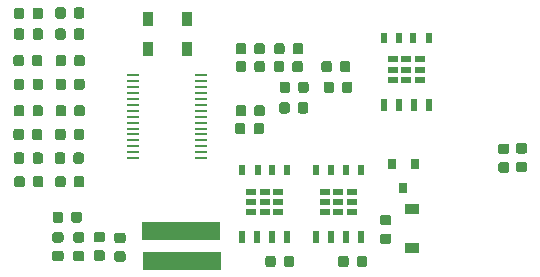
<source format=gbr>
G04 #@! TF.GenerationSoftware,KiCad,Pcbnew,5.1.0-unknown-e90452d~82~ubuntu18.04.1*
G04 #@! TF.CreationDate,2019-04-11T15:55:37-06:00*
G04 #@! TF.ProjectId,batteryMonitor,62617474-6572-4794-9d6f-6e69746f722e,rev?*
G04 #@! TF.SameCoordinates,Original*
G04 #@! TF.FileFunction,Paste,Top*
G04 #@! TF.FilePolarity,Positive*
%FSLAX46Y46*%
G04 Gerber Fmt 4.6, Leading zero omitted, Abs format (unit mm)*
G04 Created by KiCad (PCBNEW 5.1.0-unknown-e90452d~82~ubuntu18.04.1) date 2019-04-11 15:55:37*
%MOMM*%
%LPD*%
G04 APERTURE LIST*
%ADD10R,6.600000X1.650000*%
%ADD11R,1.100000X0.285000*%
%ADD12C,0.100000*%
%ADD13C,0.875000*%
%ADD14R,0.900000X0.600000*%
%ADD15R,0.600000X0.900000*%
%ADD16R,0.600000X1.050000*%
%ADD17R,0.800000X0.900000*%
%ADD18R,1.200000X0.900000*%
%ADD19R,0.900000X1.200000*%
G04 APERTURE END LIST*
D10*
X117650000Y-90383280D03*
X117750000Y-92933280D03*
D11*
X113650000Y-84250000D03*
X113650000Y-83750000D03*
X113650000Y-83250000D03*
X113650000Y-82750000D03*
X113650000Y-82250000D03*
X113650000Y-81750000D03*
X113650000Y-81250000D03*
X113650000Y-80750000D03*
X113650000Y-80250000D03*
X113650000Y-79750000D03*
X113650000Y-79250000D03*
X113650000Y-78750000D03*
X113650000Y-78250000D03*
X113650000Y-77750000D03*
X113650000Y-77250000D03*
X119350000Y-77250000D03*
X119350000Y-77750000D03*
X119350000Y-78250000D03*
X119350000Y-78750000D03*
X119350000Y-79250000D03*
X119350000Y-79750000D03*
X119350000Y-80250000D03*
X119350000Y-80750000D03*
X119350000Y-81250000D03*
X119350000Y-81750000D03*
X119350000Y-82250000D03*
X119350000Y-82750000D03*
X119350000Y-83250000D03*
X119350000Y-83750000D03*
X119350000Y-84250000D03*
D12*
G36*
X133240191Y-92526053D02*
G01*
X133261426Y-92529203D01*
X133282250Y-92534419D01*
X133302462Y-92541651D01*
X133321868Y-92550830D01*
X133340281Y-92561866D01*
X133357524Y-92574654D01*
X133373430Y-92589070D01*
X133387846Y-92604976D01*
X133400634Y-92622219D01*
X133411670Y-92640632D01*
X133420849Y-92660038D01*
X133428081Y-92680250D01*
X133433297Y-92701074D01*
X133436447Y-92722309D01*
X133437500Y-92743750D01*
X133437500Y-93256250D01*
X133436447Y-93277691D01*
X133433297Y-93298926D01*
X133428081Y-93319750D01*
X133420849Y-93339962D01*
X133411670Y-93359368D01*
X133400634Y-93377781D01*
X133387846Y-93395024D01*
X133373430Y-93410930D01*
X133357524Y-93425346D01*
X133340281Y-93438134D01*
X133321868Y-93449170D01*
X133302462Y-93458349D01*
X133282250Y-93465581D01*
X133261426Y-93470797D01*
X133240191Y-93473947D01*
X133218750Y-93475000D01*
X132781250Y-93475000D01*
X132759809Y-93473947D01*
X132738574Y-93470797D01*
X132717750Y-93465581D01*
X132697538Y-93458349D01*
X132678132Y-93449170D01*
X132659719Y-93438134D01*
X132642476Y-93425346D01*
X132626570Y-93410930D01*
X132612154Y-93395024D01*
X132599366Y-93377781D01*
X132588330Y-93359368D01*
X132579151Y-93339962D01*
X132571919Y-93319750D01*
X132566703Y-93298926D01*
X132563553Y-93277691D01*
X132562500Y-93256250D01*
X132562500Y-92743750D01*
X132563553Y-92722309D01*
X132566703Y-92701074D01*
X132571919Y-92680250D01*
X132579151Y-92660038D01*
X132588330Y-92640632D01*
X132599366Y-92622219D01*
X132612154Y-92604976D01*
X132626570Y-92589070D01*
X132642476Y-92574654D01*
X132659719Y-92561866D01*
X132678132Y-92550830D01*
X132697538Y-92541651D01*
X132717750Y-92534419D01*
X132738574Y-92529203D01*
X132759809Y-92526053D01*
X132781250Y-92525000D01*
X133218750Y-92525000D01*
X133240191Y-92526053D01*
X133240191Y-92526053D01*
G37*
D13*
X133000000Y-93000000D03*
D12*
G36*
X131665191Y-92526053D02*
G01*
X131686426Y-92529203D01*
X131707250Y-92534419D01*
X131727462Y-92541651D01*
X131746868Y-92550830D01*
X131765281Y-92561866D01*
X131782524Y-92574654D01*
X131798430Y-92589070D01*
X131812846Y-92604976D01*
X131825634Y-92622219D01*
X131836670Y-92640632D01*
X131845849Y-92660038D01*
X131853081Y-92680250D01*
X131858297Y-92701074D01*
X131861447Y-92722309D01*
X131862500Y-92743750D01*
X131862500Y-93256250D01*
X131861447Y-93277691D01*
X131858297Y-93298926D01*
X131853081Y-93319750D01*
X131845849Y-93339962D01*
X131836670Y-93359368D01*
X131825634Y-93377781D01*
X131812846Y-93395024D01*
X131798430Y-93410930D01*
X131782524Y-93425346D01*
X131765281Y-93438134D01*
X131746868Y-93449170D01*
X131727462Y-93458349D01*
X131707250Y-93465581D01*
X131686426Y-93470797D01*
X131665191Y-93473947D01*
X131643750Y-93475000D01*
X131206250Y-93475000D01*
X131184809Y-93473947D01*
X131163574Y-93470797D01*
X131142750Y-93465581D01*
X131122538Y-93458349D01*
X131103132Y-93449170D01*
X131084719Y-93438134D01*
X131067476Y-93425346D01*
X131051570Y-93410930D01*
X131037154Y-93395024D01*
X131024366Y-93377781D01*
X131013330Y-93359368D01*
X131004151Y-93339962D01*
X130996919Y-93319750D01*
X130991703Y-93298926D01*
X130988553Y-93277691D01*
X130987500Y-93256250D01*
X130987500Y-92743750D01*
X130988553Y-92722309D01*
X130991703Y-92701074D01*
X130996919Y-92680250D01*
X131004151Y-92660038D01*
X131013330Y-92640632D01*
X131024366Y-92622219D01*
X131037154Y-92604976D01*
X131051570Y-92589070D01*
X131067476Y-92574654D01*
X131084719Y-92561866D01*
X131103132Y-92550830D01*
X131122538Y-92541651D01*
X131142750Y-92534419D01*
X131163574Y-92529203D01*
X131184809Y-92526053D01*
X131206250Y-92525000D01*
X131643750Y-92525000D01*
X131665191Y-92526053D01*
X131665191Y-92526053D01*
G37*
D13*
X131425000Y-93000000D03*
D12*
G36*
X126702691Y-77776053D02*
G01*
X126723926Y-77779203D01*
X126744750Y-77784419D01*
X126764962Y-77791651D01*
X126784368Y-77800830D01*
X126802781Y-77811866D01*
X126820024Y-77824654D01*
X126835930Y-77839070D01*
X126850346Y-77854976D01*
X126863134Y-77872219D01*
X126874170Y-77890632D01*
X126883349Y-77910038D01*
X126890581Y-77930250D01*
X126895797Y-77951074D01*
X126898947Y-77972309D01*
X126900000Y-77993750D01*
X126900000Y-78506250D01*
X126898947Y-78527691D01*
X126895797Y-78548926D01*
X126890581Y-78569750D01*
X126883349Y-78589962D01*
X126874170Y-78609368D01*
X126863134Y-78627781D01*
X126850346Y-78645024D01*
X126835930Y-78660930D01*
X126820024Y-78675346D01*
X126802781Y-78688134D01*
X126784368Y-78699170D01*
X126764962Y-78708349D01*
X126744750Y-78715581D01*
X126723926Y-78720797D01*
X126702691Y-78723947D01*
X126681250Y-78725000D01*
X126243750Y-78725000D01*
X126222309Y-78723947D01*
X126201074Y-78720797D01*
X126180250Y-78715581D01*
X126160038Y-78708349D01*
X126140632Y-78699170D01*
X126122219Y-78688134D01*
X126104976Y-78675346D01*
X126089070Y-78660930D01*
X126074654Y-78645024D01*
X126061866Y-78627781D01*
X126050830Y-78609368D01*
X126041651Y-78589962D01*
X126034419Y-78569750D01*
X126029203Y-78548926D01*
X126026053Y-78527691D01*
X126025000Y-78506250D01*
X126025000Y-77993750D01*
X126026053Y-77972309D01*
X126029203Y-77951074D01*
X126034419Y-77930250D01*
X126041651Y-77910038D01*
X126050830Y-77890632D01*
X126061866Y-77872219D01*
X126074654Y-77854976D01*
X126089070Y-77839070D01*
X126104976Y-77824654D01*
X126122219Y-77811866D01*
X126140632Y-77800830D01*
X126160038Y-77791651D01*
X126180250Y-77784419D01*
X126201074Y-77779203D01*
X126222309Y-77776053D01*
X126243750Y-77775000D01*
X126681250Y-77775000D01*
X126702691Y-77776053D01*
X126702691Y-77776053D01*
G37*
D13*
X126462500Y-78250000D03*
D12*
G36*
X128277691Y-77776053D02*
G01*
X128298926Y-77779203D01*
X128319750Y-77784419D01*
X128339962Y-77791651D01*
X128359368Y-77800830D01*
X128377781Y-77811866D01*
X128395024Y-77824654D01*
X128410930Y-77839070D01*
X128425346Y-77854976D01*
X128438134Y-77872219D01*
X128449170Y-77890632D01*
X128458349Y-77910038D01*
X128465581Y-77930250D01*
X128470797Y-77951074D01*
X128473947Y-77972309D01*
X128475000Y-77993750D01*
X128475000Y-78506250D01*
X128473947Y-78527691D01*
X128470797Y-78548926D01*
X128465581Y-78569750D01*
X128458349Y-78589962D01*
X128449170Y-78609368D01*
X128438134Y-78627781D01*
X128425346Y-78645024D01*
X128410930Y-78660930D01*
X128395024Y-78675346D01*
X128377781Y-78688134D01*
X128359368Y-78699170D01*
X128339962Y-78708349D01*
X128319750Y-78715581D01*
X128298926Y-78720797D01*
X128277691Y-78723947D01*
X128256250Y-78725000D01*
X127818750Y-78725000D01*
X127797309Y-78723947D01*
X127776074Y-78720797D01*
X127755250Y-78715581D01*
X127735038Y-78708349D01*
X127715632Y-78699170D01*
X127697219Y-78688134D01*
X127679976Y-78675346D01*
X127664070Y-78660930D01*
X127649654Y-78645024D01*
X127636866Y-78627781D01*
X127625830Y-78609368D01*
X127616651Y-78589962D01*
X127609419Y-78569750D01*
X127604203Y-78548926D01*
X127601053Y-78527691D01*
X127600000Y-78506250D01*
X127600000Y-77993750D01*
X127601053Y-77972309D01*
X127604203Y-77951074D01*
X127609419Y-77930250D01*
X127616651Y-77910038D01*
X127625830Y-77890632D01*
X127636866Y-77872219D01*
X127649654Y-77854976D01*
X127664070Y-77839070D01*
X127679976Y-77824654D01*
X127697219Y-77811866D01*
X127715632Y-77800830D01*
X127735038Y-77791651D01*
X127755250Y-77784419D01*
X127776074Y-77779203D01*
X127797309Y-77776053D01*
X127818750Y-77775000D01*
X128256250Y-77775000D01*
X128277691Y-77776053D01*
X128277691Y-77776053D01*
G37*
D13*
X128037500Y-78250000D03*
D12*
G36*
X127815191Y-74526053D02*
G01*
X127836426Y-74529203D01*
X127857250Y-74534419D01*
X127877462Y-74541651D01*
X127896868Y-74550830D01*
X127915281Y-74561866D01*
X127932524Y-74574654D01*
X127948430Y-74589070D01*
X127962846Y-74604976D01*
X127975634Y-74622219D01*
X127986670Y-74640632D01*
X127995849Y-74660038D01*
X128003081Y-74680250D01*
X128008297Y-74701074D01*
X128011447Y-74722309D01*
X128012500Y-74743750D01*
X128012500Y-75256250D01*
X128011447Y-75277691D01*
X128008297Y-75298926D01*
X128003081Y-75319750D01*
X127995849Y-75339962D01*
X127986670Y-75359368D01*
X127975634Y-75377781D01*
X127962846Y-75395024D01*
X127948430Y-75410930D01*
X127932524Y-75425346D01*
X127915281Y-75438134D01*
X127896868Y-75449170D01*
X127877462Y-75458349D01*
X127857250Y-75465581D01*
X127836426Y-75470797D01*
X127815191Y-75473947D01*
X127793750Y-75475000D01*
X127356250Y-75475000D01*
X127334809Y-75473947D01*
X127313574Y-75470797D01*
X127292750Y-75465581D01*
X127272538Y-75458349D01*
X127253132Y-75449170D01*
X127234719Y-75438134D01*
X127217476Y-75425346D01*
X127201570Y-75410930D01*
X127187154Y-75395024D01*
X127174366Y-75377781D01*
X127163330Y-75359368D01*
X127154151Y-75339962D01*
X127146919Y-75319750D01*
X127141703Y-75298926D01*
X127138553Y-75277691D01*
X127137500Y-75256250D01*
X127137500Y-74743750D01*
X127138553Y-74722309D01*
X127141703Y-74701074D01*
X127146919Y-74680250D01*
X127154151Y-74660038D01*
X127163330Y-74640632D01*
X127174366Y-74622219D01*
X127187154Y-74604976D01*
X127201570Y-74589070D01*
X127217476Y-74574654D01*
X127234719Y-74561866D01*
X127253132Y-74550830D01*
X127272538Y-74541651D01*
X127292750Y-74534419D01*
X127313574Y-74529203D01*
X127334809Y-74526053D01*
X127356250Y-74525000D01*
X127793750Y-74525000D01*
X127815191Y-74526053D01*
X127815191Y-74526053D01*
G37*
D13*
X127575000Y-75000000D03*
D12*
G36*
X126240191Y-74526053D02*
G01*
X126261426Y-74529203D01*
X126282250Y-74534419D01*
X126302462Y-74541651D01*
X126321868Y-74550830D01*
X126340281Y-74561866D01*
X126357524Y-74574654D01*
X126373430Y-74589070D01*
X126387846Y-74604976D01*
X126400634Y-74622219D01*
X126411670Y-74640632D01*
X126420849Y-74660038D01*
X126428081Y-74680250D01*
X126433297Y-74701074D01*
X126436447Y-74722309D01*
X126437500Y-74743750D01*
X126437500Y-75256250D01*
X126436447Y-75277691D01*
X126433297Y-75298926D01*
X126428081Y-75319750D01*
X126420849Y-75339962D01*
X126411670Y-75359368D01*
X126400634Y-75377781D01*
X126387846Y-75395024D01*
X126373430Y-75410930D01*
X126357524Y-75425346D01*
X126340281Y-75438134D01*
X126321868Y-75449170D01*
X126302462Y-75458349D01*
X126282250Y-75465581D01*
X126261426Y-75470797D01*
X126240191Y-75473947D01*
X126218750Y-75475000D01*
X125781250Y-75475000D01*
X125759809Y-75473947D01*
X125738574Y-75470797D01*
X125717750Y-75465581D01*
X125697538Y-75458349D01*
X125678132Y-75449170D01*
X125659719Y-75438134D01*
X125642476Y-75425346D01*
X125626570Y-75410930D01*
X125612154Y-75395024D01*
X125599366Y-75377781D01*
X125588330Y-75359368D01*
X125579151Y-75339962D01*
X125571919Y-75319750D01*
X125566703Y-75298926D01*
X125563553Y-75277691D01*
X125562500Y-75256250D01*
X125562500Y-74743750D01*
X125563553Y-74722309D01*
X125566703Y-74701074D01*
X125571919Y-74680250D01*
X125579151Y-74660038D01*
X125588330Y-74640632D01*
X125599366Y-74622219D01*
X125612154Y-74604976D01*
X125626570Y-74589070D01*
X125642476Y-74574654D01*
X125659719Y-74561866D01*
X125678132Y-74550830D01*
X125697538Y-74541651D01*
X125717750Y-74534419D01*
X125738574Y-74529203D01*
X125759809Y-74526053D01*
X125781250Y-74525000D01*
X126218750Y-74525000D01*
X126240191Y-74526053D01*
X126240191Y-74526053D01*
G37*
D13*
X126000000Y-75000000D03*
D12*
G36*
X135277691Y-89063553D02*
G01*
X135298926Y-89066703D01*
X135319750Y-89071919D01*
X135339962Y-89079151D01*
X135359368Y-89088330D01*
X135377781Y-89099366D01*
X135395024Y-89112154D01*
X135410930Y-89126570D01*
X135425346Y-89142476D01*
X135438134Y-89159719D01*
X135449170Y-89178132D01*
X135458349Y-89197538D01*
X135465581Y-89217750D01*
X135470797Y-89238574D01*
X135473947Y-89259809D01*
X135475000Y-89281250D01*
X135475000Y-89718750D01*
X135473947Y-89740191D01*
X135470797Y-89761426D01*
X135465581Y-89782250D01*
X135458349Y-89802462D01*
X135449170Y-89821868D01*
X135438134Y-89840281D01*
X135425346Y-89857524D01*
X135410930Y-89873430D01*
X135395024Y-89887846D01*
X135377781Y-89900634D01*
X135359368Y-89911670D01*
X135339962Y-89920849D01*
X135319750Y-89928081D01*
X135298926Y-89933297D01*
X135277691Y-89936447D01*
X135256250Y-89937500D01*
X134743750Y-89937500D01*
X134722309Y-89936447D01*
X134701074Y-89933297D01*
X134680250Y-89928081D01*
X134660038Y-89920849D01*
X134640632Y-89911670D01*
X134622219Y-89900634D01*
X134604976Y-89887846D01*
X134589070Y-89873430D01*
X134574654Y-89857524D01*
X134561866Y-89840281D01*
X134550830Y-89821868D01*
X134541651Y-89802462D01*
X134534419Y-89782250D01*
X134529203Y-89761426D01*
X134526053Y-89740191D01*
X134525000Y-89718750D01*
X134525000Y-89281250D01*
X134526053Y-89259809D01*
X134529203Y-89238574D01*
X134534419Y-89217750D01*
X134541651Y-89197538D01*
X134550830Y-89178132D01*
X134561866Y-89159719D01*
X134574654Y-89142476D01*
X134589070Y-89126570D01*
X134604976Y-89112154D01*
X134622219Y-89099366D01*
X134640632Y-89088330D01*
X134660038Y-89079151D01*
X134680250Y-89071919D01*
X134701074Y-89066703D01*
X134722309Y-89063553D01*
X134743750Y-89062500D01*
X135256250Y-89062500D01*
X135277691Y-89063553D01*
X135277691Y-89063553D01*
G37*
D13*
X135000000Y-89500000D03*
D12*
G36*
X135277691Y-90638553D02*
G01*
X135298926Y-90641703D01*
X135319750Y-90646919D01*
X135339962Y-90654151D01*
X135359368Y-90663330D01*
X135377781Y-90674366D01*
X135395024Y-90687154D01*
X135410930Y-90701570D01*
X135425346Y-90717476D01*
X135438134Y-90734719D01*
X135449170Y-90753132D01*
X135458349Y-90772538D01*
X135465581Y-90792750D01*
X135470797Y-90813574D01*
X135473947Y-90834809D01*
X135475000Y-90856250D01*
X135475000Y-91293750D01*
X135473947Y-91315191D01*
X135470797Y-91336426D01*
X135465581Y-91357250D01*
X135458349Y-91377462D01*
X135449170Y-91396868D01*
X135438134Y-91415281D01*
X135425346Y-91432524D01*
X135410930Y-91448430D01*
X135395024Y-91462846D01*
X135377781Y-91475634D01*
X135359368Y-91486670D01*
X135339962Y-91495849D01*
X135319750Y-91503081D01*
X135298926Y-91508297D01*
X135277691Y-91511447D01*
X135256250Y-91512500D01*
X134743750Y-91512500D01*
X134722309Y-91511447D01*
X134701074Y-91508297D01*
X134680250Y-91503081D01*
X134660038Y-91495849D01*
X134640632Y-91486670D01*
X134622219Y-91475634D01*
X134604976Y-91462846D01*
X134589070Y-91448430D01*
X134574654Y-91432524D01*
X134561866Y-91415281D01*
X134550830Y-91396868D01*
X134541651Y-91377462D01*
X134534419Y-91357250D01*
X134529203Y-91336426D01*
X134526053Y-91315191D01*
X134525000Y-91293750D01*
X134525000Y-90856250D01*
X134526053Y-90834809D01*
X134529203Y-90813574D01*
X134534419Y-90792750D01*
X134541651Y-90772538D01*
X134550830Y-90753132D01*
X134561866Y-90734719D01*
X134574654Y-90717476D01*
X134589070Y-90701570D01*
X134604976Y-90687154D01*
X134622219Y-90674366D01*
X134640632Y-90663330D01*
X134660038Y-90654151D01*
X134680250Y-90646919D01*
X134701074Y-90641703D01*
X134722309Y-90638553D01*
X134743750Y-90637500D01*
X135256250Y-90637500D01*
X135277691Y-90638553D01*
X135277691Y-90638553D01*
G37*
D13*
X135000000Y-91075000D03*
D12*
G36*
X122915191Y-81276053D02*
G01*
X122936426Y-81279203D01*
X122957250Y-81284419D01*
X122977462Y-81291651D01*
X122996868Y-81300830D01*
X123015281Y-81311866D01*
X123032524Y-81324654D01*
X123048430Y-81339070D01*
X123062846Y-81354976D01*
X123075634Y-81372219D01*
X123086670Y-81390632D01*
X123095849Y-81410038D01*
X123103081Y-81430250D01*
X123108297Y-81451074D01*
X123111447Y-81472309D01*
X123112500Y-81493750D01*
X123112500Y-82006250D01*
X123111447Y-82027691D01*
X123108297Y-82048926D01*
X123103081Y-82069750D01*
X123095849Y-82089962D01*
X123086670Y-82109368D01*
X123075634Y-82127781D01*
X123062846Y-82145024D01*
X123048430Y-82160930D01*
X123032524Y-82175346D01*
X123015281Y-82188134D01*
X122996868Y-82199170D01*
X122977462Y-82208349D01*
X122957250Y-82215581D01*
X122936426Y-82220797D01*
X122915191Y-82223947D01*
X122893750Y-82225000D01*
X122456250Y-82225000D01*
X122434809Y-82223947D01*
X122413574Y-82220797D01*
X122392750Y-82215581D01*
X122372538Y-82208349D01*
X122353132Y-82199170D01*
X122334719Y-82188134D01*
X122317476Y-82175346D01*
X122301570Y-82160930D01*
X122287154Y-82145024D01*
X122274366Y-82127781D01*
X122263330Y-82109368D01*
X122254151Y-82089962D01*
X122246919Y-82069750D01*
X122241703Y-82048926D01*
X122238553Y-82027691D01*
X122237500Y-82006250D01*
X122237500Y-81493750D01*
X122238553Y-81472309D01*
X122241703Y-81451074D01*
X122246919Y-81430250D01*
X122254151Y-81410038D01*
X122263330Y-81390632D01*
X122274366Y-81372219D01*
X122287154Y-81354976D01*
X122301570Y-81339070D01*
X122317476Y-81324654D01*
X122334719Y-81311866D01*
X122353132Y-81300830D01*
X122372538Y-81291651D01*
X122392750Y-81284419D01*
X122413574Y-81279203D01*
X122434809Y-81276053D01*
X122456250Y-81275000D01*
X122893750Y-81275000D01*
X122915191Y-81276053D01*
X122915191Y-81276053D01*
G37*
D13*
X122675000Y-81750000D03*
D12*
G36*
X124490191Y-81276053D02*
G01*
X124511426Y-81279203D01*
X124532250Y-81284419D01*
X124552462Y-81291651D01*
X124571868Y-81300830D01*
X124590281Y-81311866D01*
X124607524Y-81324654D01*
X124623430Y-81339070D01*
X124637846Y-81354976D01*
X124650634Y-81372219D01*
X124661670Y-81390632D01*
X124670849Y-81410038D01*
X124678081Y-81430250D01*
X124683297Y-81451074D01*
X124686447Y-81472309D01*
X124687500Y-81493750D01*
X124687500Y-82006250D01*
X124686447Y-82027691D01*
X124683297Y-82048926D01*
X124678081Y-82069750D01*
X124670849Y-82089962D01*
X124661670Y-82109368D01*
X124650634Y-82127781D01*
X124637846Y-82145024D01*
X124623430Y-82160930D01*
X124607524Y-82175346D01*
X124590281Y-82188134D01*
X124571868Y-82199170D01*
X124552462Y-82208349D01*
X124532250Y-82215581D01*
X124511426Y-82220797D01*
X124490191Y-82223947D01*
X124468750Y-82225000D01*
X124031250Y-82225000D01*
X124009809Y-82223947D01*
X123988574Y-82220797D01*
X123967750Y-82215581D01*
X123947538Y-82208349D01*
X123928132Y-82199170D01*
X123909719Y-82188134D01*
X123892476Y-82175346D01*
X123876570Y-82160930D01*
X123862154Y-82145024D01*
X123849366Y-82127781D01*
X123838330Y-82109368D01*
X123829151Y-82089962D01*
X123821919Y-82069750D01*
X123816703Y-82048926D01*
X123813553Y-82027691D01*
X123812500Y-82006250D01*
X123812500Y-81493750D01*
X123813553Y-81472309D01*
X123816703Y-81451074D01*
X123821919Y-81430250D01*
X123829151Y-81410038D01*
X123838330Y-81390632D01*
X123849366Y-81372219D01*
X123862154Y-81354976D01*
X123876570Y-81339070D01*
X123892476Y-81324654D01*
X123909719Y-81311866D01*
X123928132Y-81300830D01*
X123947538Y-81291651D01*
X123967750Y-81284419D01*
X123988574Y-81279203D01*
X124009809Y-81276053D01*
X124031250Y-81275000D01*
X124468750Y-81275000D01*
X124490191Y-81276053D01*
X124490191Y-81276053D01*
G37*
D13*
X124250000Y-81750000D03*
D12*
G36*
X122990191Y-76026053D02*
G01*
X123011426Y-76029203D01*
X123032250Y-76034419D01*
X123052462Y-76041651D01*
X123071868Y-76050830D01*
X123090281Y-76061866D01*
X123107524Y-76074654D01*
X123123430Y-76089070D01*
X123137846Y-76104976D01*
X123150634Y-76122219D01*
X123161670Y-76140632D01*
X123170849Y-76160038D01*
X123178081Y-76180250D01*
X123183297Y-76201074D01*
X123186447Y-76222309D01*
X123187500Y-76243750D01*
X123187500Y-76756250D01*
X123186447Y-76777691D01*
X123183297Y-76798926D01*
X123178081Y-76819750D01*
X123170849Y-76839962D01*
X123161670Y-76859368D01*
X123150634Y-76877781D01*
X123137846Y-76895024D01*
X123123430Y-76910930D01*
X123107524Y-76925346D01*
X123090281Y-76938134D01*
X123071868Y-76949170D01*
X123052462Y-76958349D01*
X123032250Y-76965581D01*
X123011426Y-76970797D01*
X122990191Y-76973947D01*
X122968750Y-76975000D01*
X122531250Y-76975000D01*
X122509809Y-76973947D01*
X122488574Y-76970797D01*
X122467750Y-76965581D01*
X122447538Y-76958349D01*
X122428132Y-76949170D01*
X122409719Y-76938134D01*
X122392476Y-76925346D01*
X122376570Y-76910930D01*
X122362154Y-76895024D01*
X122349366Y-76877781D01*
X122338330Y-76859368D01*
X122329151Y-76839962D01*
X122321919Y-76819750D01*
X122316703Y-76798926D01*
X122313553Y-76777691D01*
X122312500Y-76756250D01*
X122312500Y-76243750D01*
X122313553Y-76222309D01*
X122316703Y-76201074D01*
X122321919Y-76180250D01*
X122329151Y-76160038D01*
X122338330Y-76140632D01*
X122349366Y-76122219D01*
X122362154Y-76104976D01*
X122376570Y-76089070D01*
X122392476Y-76074654D01*
X122409719Y-76061866D01*
X122428132Y-76050830D01*
X122447538Y-76041651D01*
X122467750Y-76034419D01*
X122488574Y-76029203D01*
X122509809Y-76026053D01*
X122531250Y-76025000D01*
X122968750Y-76025000D01*
X122990191Y-76026053D01*
X122990191Y-76026053D01*
G37*
D13*
X122750000Y-76500000D03*
D12*
G36*
X124565191Y-76026053D02*
G01*
X124586426Y-76029203D01*
X124607250Y-76034419D01*
X124627462Y-76041651D01*
X124646868Y-76050830D01*
X124665281Y-76061866D01*
X124682524Y-76074654D01*
X124698430Y-76089070D01*
X124712846Y-76104976D01*
X124725634Y-76122219D01*
X124736670Y-76140632D01*
X124745849Y-76160038D01*
X124753081Y-76180250D01*
X124758297Y-76201074D01*
X124761447Y-76222309D01*
X124762500Y-76243750D01*
X124762500Y-76756250D01*
X124761447Y-76777691D01*
X124758297Y-76798926D01*
X124753081Y-76819750D01*
X124745849Y-76839962D01*
X124736670Y-76859368D01*
X124725634Y-76877781D01*
X124712846Y-76895024D01*
X124698430Y-76910930D01*
X124682524Y-76925346D01*
X124665281Y-76938134D01*
X124646868Y-76949170D01*
X124627462Y-76958349D01*
X124607250Y-76965581D01*
X124586426Y-76970797D01*
X124565191Y-76973947D01*
X124543750Y-76975000D01*
X124106250Y-76975000D01*
X124084809Y-76973947D01*
X124063574Y-76970797D01*
X124042750Y-76965581D01*
X124022538Y-76958349D01*
X124003132Y-76949170D01*
X123984719Y-76938134D01*
X123967476Y-76925346D01*
X123951570Y-76910930D01*
X123937154Y-76895024D01*
X123924366Y-76877781D01*
X123913330Y-76859368D01*
X123904151Y-76839962D01*
X123896919Y-76819750D01*
X123891703Y-76798926D01*
X123888553Y-76777691D01*
X123887500Y-76756250D01*
X123887500Y-76243750D01*
X123888553Y-76222309D01*
X123891703Y-76201074D01*
X123896919Y-76180250D01*
X123904151Y-76160038D01*
X123913330Y-76140632D01*
X123924366Y-76122219D01*
X123937154Y-76104976D01*
X123951570Y-76089070D01*
X123967476Y-76074654D01*
X123984719Y-76061866D01*
X124003132Y-76050830D01*
X124022538Y-76041651D01*
X124042750Y-76034419D01*
X124063574Y-76029203D01*
X124084809Y-76026053D01*
X124106250Y-76025000D01*
X124543750Y-76025000D01*
X124565191Y-76026053D01*
X124565191Y-76026053D01*
G37*
D13*
X124325000Y-76500000D03*
D12*
G36*
X145277691Y-84601053D02*
G01*
X145298926Y-84604203D01*
X145319750Y-84609419D01*
X145339962Y-84616651D01*
X145359368Y-84625830D01*
X145377781Y-84636866D01*
X145395024Y-84649654D01*
X145410930Y-84664070D01*
X145425346Y-84679976D01*
X145438134Y-84697219D01*
X145449170Y-84715632D01*
X145458349Y-84735038D01*
X145465581Y-84755250D01*
X145470797Y-84776074D01*
X145473947Y-84797309D01*
X145475000Y-84818750D01*
X145475000Y-85256250D01*
X145473947Y-85277691D01*
X145470797Y-85298926D01*
X145465581Y-85319750D01*
X145458349Y-85339962D01*
X145449170Y-85359368D01*
X145438134Y-85377781D01*
X145425346Y-85395024D01*
X145410930Y-85410930D01*
X145395024Y-85425346D01*
X145377781Y-85438134D01*
X145359368Y-85449170D01*
X145339962Y-85458349D01*
X145319750Y-85465581D01*
X145298926Y-85470797D01*
X145277691Y-85473947D01*
X145256250Y-85475000D01*
X144743750Y-85475000D01*
X144722309Y-85473947D01*
X144701074Y-85470797D01*
X144680250Y-85465581D01*
X144660038Y-85458349D01*
X144640632Y-85449170D01*
X144622219Y-85438134D01*
X144604976Y-85425346D01*
X144589070Y-85410930D01*
X144574654Y-85395024D01*
X144561866Y-85377781D01*
X144550830Y-85359368D01*
X144541651Y-85339962D01*
X144534419Y-85319750D01*
X144529203Y-85298926D01*
X144526053Y-85277691D01*
X144525000Y-85256250D01*
X144525000Y-84818750D01*
X144526053Y-84797309D01*
X144529203Y-84776074D01*
X144534419Y-84755250D01*
X144541651Y-84735038D01*
X144550830Y-84715632D01*
X144561866Y-84697219D01*
X144574654Y-84679976D01*
X144589070Y-84664070D01*
X144604976Y-84649654D01*
X144622219Y-84636866D01*
X144640632Y-84625830D01*
X144660038Y-84616651D01*
X144680250Y-84609419D01*
X144701074Y-84604203D01*
X144722309Y-84601053D01*
X144743750Y-84600000D01*
X145256250Y-84600000D01*
X145277691Y-84601053D01*
X145277691Y-84601053D01*
G37*
D13*
X145000000Y-85037500D03*
D12*
G36*
X145277691Y-83026053D02*
G01*
X145298926Y-83029203D01*
X145319750Y-83034419D01*
X145339962Y-83041651D01*
X145359368Y-83050830D01*
X145377781Y-83061866D01*
X145395024Y-83074654D01*
X145410930Y-83089070D01*
X145425346Y-83104976D01*
X145438134Y-83122219D01*
X145449170Y-83140632D01*
X145458349Y-83160038D01*
X145465581Y-83180250D01*
X145470797Y-83201074D01*
X145473947Y-83222309D01*
X145475000Y-83243750D01*
X145475000Y-83681250D01*
X145473947Y-83702691D01*
X145470797Y-83723926D01*
X145465581Y-83744750D01*
X145458349Y-83764962D01*
X145449170Y-83784368D01*
X145438134Y-83802781D01*
X145425346Y-83820024D01*
X145410930Y-83835930D01*
X145395024Y-83850346D01*
X145377781Y-83863134D01*
X145359368Y-83874170D01*
X145339962Y-83883349D01*
X145319750Y-83890581D01*
X145298926Y-83895797D01*
X145277691Y-83898947D01*
X145256250Y-83900000D01*
X144743750Y-83900000D01*
X144722309Y-83898947D01*
X144701074Y-83895797D01*
X144680250Y-83890581D01*
X144660038Y-83883349D01*
X144640632Y-83874170D01*
X144622219Y-83863134D01*
X144604976Y-83850346D01*
X144589070Y-83835930D01*
X144574654Y-83820024D01*
X144561866Y-83802781D01*
X144550830Y-83784368D01*
X144541651Y-83764962D01*
X144534419Y-83744750D01*
X144529203Y-83723926D01*
X144526053Y-83702691D01*
X144525000Y-83681250D01*
X144525000Y-83243750D01*
X144526053Y-83222309D01*
X144529203Y-83201074D01*
X144534419Y-83180250D01*
X144541651Y-83160038D01*
X144550830Y-83140632D01*
X144561866Y-83122219D01*
X144574654Y-83104976D01*
X144589070Y-83089070D01*
X144604976Y-83074654D01*
X144622219Y-83061866D01*
X144640632Y-83050830D01*
X144660038Y-83041651D01*
X144680250Y-83034419D01*
X144701074Y-83029203D01*
X144722309Y-83026053D01*
X144743750Y-83025000D01*
X145256250Y-83025000D01*
X145277691Y-83026053D01*
X145277691Y-83026053D01*
G37*
D13*
X145000000Y-83462500D03*
D12*
G36*
X146777691Y-84563553D02*
G01*
X146798926Y-84566703D01*
X146819750Y-84571919D01*
X146839962Y-84579151D01*
X146859368Y-84588330D01*
X146877781Y-84599366D01*
X146895024Y-84612154D01*
X146910930Y-84626570D01*
X146925346Y-84642476D01*
X146938134Y-84659719D01*
X146949170Y-84678132D01*
X146958349Y-84697538D01*
X146965581Y-84717750D01*
X146970797Y-84738574D01*
X146973947Y-84759809D01*
X146975000Y-84781250D01*
X146975000Y-85218750D01*
X146973947Y-85240191D01*
X146970797Y-85261426D01*
X146965581Y-85282250D01*
X146958349Y-85302462D01*
X146949170Y-85321868D01*
X146938134Y-85340281D01*
X146925346Y-85357524D01*
X146910930Y-85373430D01*
X146895024Y-85387846D01*
X146877781Y-85400634D01*
X146859368Y-85411670D01*
X146839962Y-85420849D01*
X146819750Y-85428081D01*
X146798926Y-85433297D01*
X146777691Y-85436447D01*
X146756250Y-85437500D01*
X146243750Y-85437500D01*
X146222309Y-85436447D01*
X146201074Y-85433297D01*
X146180250Y-85428081D01*
X146160038Y-85420849D01*
X146140632Y-85411670D01*
X146122219Y-85400634D01*
X146104976Y-85387846D01*
X146089070Y-85373430D01*
X146074654Y-85357524D01*
X146061866Y-85340281D01*
X146050830Y-85321868D01*
X146041651Y-85302462D01*
X146034419Y-85282250D01*
X146029203Y-85261426D01*
X146026053Y-85240191D01*
X146025000Y-85218750D01*
X146025000Y-84781250D01*
X146026053Y-84759809D01*
X146029203Y-84738574D01*
X146034419Y-84717750D01*
X146041651Y-84697538D01*
X146050830Y-84678132D01*
X146061866Y-84659719D01*
X146074654Y-84642476D01*
X146089070Y-84626570D01*
X146104976Y-84612154D01*
X146122219Y-84599366D01*
X146140632Y-84588330D01*
X146160038Y-84579151D01*
X146180250Y-84571919D01*
X146201074Y-84566703D01*
X146222309Y-84563553D01*
X146243750Y-84562500D01*
X146756250Y-84562500D01*
X146777691Y-84563553D01*
X146777691Y-84563553D01*
G37*
D13*
X146500000Y-85000000D03*
D12*
G36*
X146777691Y-82988553D02*
G01*
X146798926Y-82991703D01*
X146819750Y-82996919D01*
X146839962Y-83004151D01*
X146859368Y-83013330D01*
X146877781Y-83024366D01*
X146895024Y-83037154D01*
X146910930Y-83051570D01*
X146925346Y-83067476D01*
X146938134Y-83084719D01*
X146949170Y-83103132D01*
X146958349Y-83122538D01*
X146965581Y-83142750D01*
X146970797Y-83163574D01*
X146973947Y-83184809D01*
X146975000Y-83206250D01*
X146975000Y-83643750D01*
X146973947Y-83665191D01*
X146970797Y-83686426D01*
X146965581Y-83707250D01*
X146958349Y-83727462D01*
X146949170Y-83746868D01*
X146938134Y-83765281D01*
X146925346Y-83782524D01*
X146910930Y-83798430D01*
X146895024Y-83812846D01*
X146877781Y-83825634D01*
X146859368Y-83836670D01*
X146839962Y-83845849D01*
X146819750Y-83853081D01*
X146798926Y-83858297D01*
X146777691Y-83861447D01*
X146756250Y-83862500D01*
X146243750Y-83862500D01*
X146222309Y-83861447D01*
X146201074Y-83858297D01*
X146180250Y-83853081D01*
X146160038Y-83845849D01*
X146140632Y-83836670D01*
X146122219Y-83825634D01*
X146104976Y-83812846D01*
X146089070Y-83798430D01*
X146074654Y-83782524D01*
X146061866Y-83765281D01*
X146050830Y-83746868D01*
X146041651Y-83727462D01*
X146034419Y-83707250D01*
X146029203Y-83686426D01*
X146026053Y-83665191D01*
X146025000Y-83643750D01*
X146025000Y-83206250D01*
X146026053Y-83184809D01*
X146029203Y-83163574D01*
X146034419Y-83142750D01*
X146041651Y-83122538D01*
X146050830Y-83103132D01*
X146061866Y-83084719D01*
X146074654Y-83067476D01*
X146089070Y-83051570D01*
X146104976Y-83037154D01*
X146122219Y-83024366D01*
X146140632Y-83013330D01*
X146160038Y-83004151D01*
X146180250Y-82996919D01*
X146201074Y-82991703D01*
X146222309Y-82988553D01*
X146243750Y-82987500D01*
X146756250Y-82987500D01*
X146777691Y-82988553D01*
X146777691Y-82988553D01*
G37*
D13*
X146500000Y-83425000D03*
D12*
G36*
X125490191Y-92526053D02*
G01*
X125511426Y-92529203D01*
X125532250Y-92534419D01*
X125552462Y-92541651D01*
X125571868Y-92550830D01*
X125590281Y-92561866D01*
X125607524Y-92574654D01*
X125623430Y-92589070D01*
X125637846Y-92604976D01*
X125650634Y-92622219D01*
X125661670Y-92640632D01*
X125670849Y-92660038D01*
X125678081Y-92680250D01*
X125683297Y-92701074D01*
X125686447Y-92722309D01*
X125687500Y-92743750D01*
X125687500Y-93256250D01*
X125686447Y-93277691D01*
X125683297Y-93298926D01*
X125678081Y-93319750D01*
X125670849Y-93339962D01*
X125661670Y-93359368D01*
X125650634Y-93377781D01*
X125637846Y-93395024D01*
X125623430Y-93410930D01*
X125607524Y-93425346D01*
X125590281Y-93438134D01*
X125571868Y-93449170D01*
X125552462Y-93458349D01*
X125532250Y-93465581D01*
X125511426Y-93470797D01*
X125490191Y-93473947D01*
X125468750Y-93475000D01*
X125031250Y-93475000D01*
X125009809Y-93473947D01*
X124988574Y-93470797D01*
X124967750Y-93465581D01*
X124947538Y-93458349D01*
X124928132Y-93449170D01*
X124909719Y-93438134D01*
X124892476Y-93425346D01*
X124876570Y-93410930D01*
X124862154Y-93395024D01*
X124849366Y-93377781D01*
X124838330Y-93359368D01*
X124829151Y-93339962D01*
X124821919Y-93319750D01*
X124816703Y-93298926D01*
X124813553Y-93277691D01*
X124812500Y-93256250D01*
X124812500Y-92743750D01*
X124813553Y-92722309D01*
X124816703Y-92701074D01*
X124821919Y-92680250D01*
X124829151Y-92660038D01*
X124838330Y-92640632D01*
X124849366Y-92622219D01*
X124862154Y-92604976D01*
X124876570Y-92589070D01*
X124892476Y-92574654D01*
X124909719Y-92561866D01*
X124928132Y-92550830D01*
X124947538Y-92541651D01*
X124967750Y-92534419D01*
X124988574Y-92529203D01*
X125009809Y-92526053D01*
X125031250Y-92525000D01*
X125468750Y-92525000D01*
X125490191Y-92526053D01*
X125490191Y-92526053D01*
G37*
D13*
X125250000Y-93000000D03*
D12*
G36*
X127065191Y-92526053D02*
G01*
X127086426Y-92529203D01*
X127107250Y-92534419D01*
X127127462Y-92541651D01*
X127146868Y-92550830D01*
X127165281Y-92561866D01*
X127182524Y-92574654D01*
X127198430Y-92589070D01*
X127212846Y-92604976D01*
X127225634Y-92622219D01*
X127236670Y-92640632D01*
X127245849Y-92660038D01*
X127253081Y-92680250D01*
X127258297Y-92701074D01*
X127261447Y-92722309D01*
X127262500Y-92743750D01*
X127262500Y-93256250D01*
X127261447Y-93277691D01*
X127258297Y-93298926D01*
X127253081Y-93319750D01*
X127245849Y-93339962D01*
X127236670Y-93359368D01*
X127225634Y-93377781D01*
X127212846Y-93395024D01*
X127198430Y-93410930D01*
X127182524Y-93425346D01*
X127165281Y-93438134D01*
X127146868Y-93449170D01*
X127127462Y-93458349D01*
X127107250Y-93465581D01*
X127086426Y-93470797D01*
X127065191Y-93473947D01*
X127043750Y-93475000D01*
X126606250Y-93475000D01*
X126584809Y-93473947D01*
X126563574Y-93470797D01*
X126542750Y-93465581D01*
X126522538Y-93458349D01*
X126503132Y-93449170D01*
X126484719Y-93438134D01*
X126467476Y-93425346D01*
X126451570Y-93410930D01*
X126437154Y-93395024D01*
X126424366Y-93377781D01*
X126413330Y-93359368D01*
X126404151Y-93339962D01*
X126396919Y-93319750D01*
X126391703Y-93298926D01*
X126388553Y-93277691D01*
X126387500Y-93256250D01*
X126387500Y-92743750D01*
X126388553Y-92722309D01*
X126391703Y-92701074D01*
X126396919Y-92680250D01*
X126404151Y-92660038D01*
X126413330Y-92640632D01*
X126424366Y-92622219D01*
X126437154Y-92604976D01*
X126451570Y-92589070D01*
X126467476Y-92574654D01*
X126484719Y-92561866D01*
X126503132Y-92550830D01*
X126522538Y-92541651D01*
X126542750Y-92534419D01*
X126563574Y-92529203D01*
X126584809Y-92526053D01*
X126606250Y-92525000D01*
X127043750Y-92525000D01*
X127065191Y-92526053D01*
X127065191Y-92526053D01*
G37*
D13*
X126825000Y-93000000D03*
D12*
G36*
X112777691Y-90563553D02*
G01*
X112798926Y-90566703D01*
X112819750Y-90571919D01*
X112839962Y-90579151D01*
X112859368Y-90588330D01*
X112877781Y-90599366D01*
X112895024Y-90612154D01*
X112910930Y-90626570D01*
X112925346Y-90642476D01*
X112938134Y-90659719D01*
X112949170Y-90678132D01*
X112958349Y-90697538D01*
X112965581Y-90717750D01*
X112970797Y-90738574D01*
X112973947Y-90759809D01*
X112975000Y-90781250D01*
X112975000Y-91218750D01*
X112973947Y-91240191D01*
X112970797Y-91261426D01*
X112965581Y-91282250D01*
X112958349Y-91302462D01*
X112949170Y-91321868D01*
X112938134Y-91340281D01*
X112925346Y-91357524D01*
X112910930Y-91373430D01*
X112895024Y-91387846D01*
X112877781Y-91400634D01*
X112859368Y-91411670D01*
X112839962Y-91420849D01*
X112819750Y-91428081D01*
X112798926Y-91433297D01*
X112777691Y-91436447D01*
X112756250Y-91437500D01*
X112243750Y-91437500D01*
X112222309Y-91436447D01*
X112201074Y-91433297D01*
X112180250Y-91428081D01*
X112160038Y-91420849D01*
X112140632Y-91411670D01*
X112122219Y-91400634D01*
X112104976Y-91387846D01*
X112089070Y-91373430D01*
X112074654Y-91357524D01*
X112061866Y-91340281D01*
X112050830Y-91321868D01*
X112041651Y-91302462D01*
X112034419Y-91282250D01*
X112029203Y-91261426D01*
X112026053Y-91240191D01*
X112025000Y-91218750D01*
X112025000Y-90781250D01*
X112026053Y-90759809D01*
X112029203Y-90738574D01*
X112034419Y-90717750D01*
X112041651Y-90697538D01*
X112050830Y-90678132D01*
X112061866Y-90659719D01*
X112074654Y-90642476D01*
X112089070Y-90626570D01*
X112104976Y-90612154D01*
X112122219Y-90599366D01*
X112140632Y-90588330D01*
X112160038Y-90579151D01*
X112180250Y-90571919D01*
X112201074Y-90566703D01*
X112222309Y-90563553D01*
X112243750Y-90562500D01*
X112756250Y-90562500D01*
X112777691Y-90563553D01*
X112777691Y-90563553D01*
G37*
D13*
X112500000Y-91000000D03*
D12*
G36*
X112777691Y-92138553D02*
G01*
X112798926Y-92141703D01*
X112819750Y-92146919D01*
X112839962Y-92154151D01*
X112859368Y-92163330D01*
X112877781Y-92174366D01*
X112895024Y-92187154D01*
X112910930Y-92201570D01*
X112925346Y-92217476D01*
X112938134Y-92234719D01*
X112949170Y-92253132D01*
X112958349Y-92272538D01*
X112965581Y-92292750D01*
X112970797Y-92313574D01*
X112973947Y-92334809D01*
X112975000Y-92356250D01*
X112975000Y-92793750D01*
X112973947Y-92815191D01*
X112970797Y-92836426D01*
X112965581Y-92857250D01*
X112958349Y-92877462D01*
X112949170Y-92896868D01*
X112938134Y-92915281D01*
X112925346Y-92932524D01*
X112910930Y-92948430D01*
X112895024Y-92962846D01*
X112877781Y-92975634D01*
X112859368Y-92986670D01*
X112839962Y-92995849D01*
X112819750Y-93003081D01*
X112798926Y-93008297D01*
X112777691Y-93011447D01*
X112756250Y-93012500D01*
X112243750Y-93012500D01*
X112222309Y-93011447D01*
X112201074Y-93008297D01*
X112180250Y-93003081D01*
X112160038Y-92995849D01*
X112140632Y-92986670D01*
X112122219Y-92975634D01*
X112104976Y-92962846D01*
X112089070Y-92948430D01*
X112074654Y-92932524D01*
X112061866Y-92915281D01*
X112050830Y-92896868D01*
X112041651Y-92877462D01*
X112034419Y-92857250D01*
X112029203Y-92836426D01*
X112026053Y-92815191D01*
X112025000Y-92793750D01*
X112025000Y-92356250D01*
X112026053Y-92334809D01*
X112029203Y-92313574D01*
X112034419Y-92292750D01*
X112041651Y-92272538D01*
X112050830Y-92253132D01*
X112061866Y-92234719D01*
X112074654Y-92217476D01*
X112089070Y-92201570D01*
X112104976Y-92187154D01*
X112122219Y-92174366D01*
X112140632Y-92163330D01*
X112160038Y-92154151D01*
X112180250Y-92146919D01*
X112201074Y-92141703D01*
X112222309Y-92138553D01*
X112243750Y-92137500D01*
X112756250Y-92137500D01*
X112777691Y-92138553D01*
X112777691Y-92138553D01*
G37*
D13*
X112500000Y-92575000D03*
D12*
G36*
X111027691Y-92063553D02*
G01*
X111048926Y-92066703D01*
X111069750Y-92071919D01*
X111089962Y-92079151D01*
X111109368Y-92088330D01*
X111127781Y-92099366D01*
X111145024Y-92112154D01*
X111160930Y-92126570D01*
X111175346Y-92142476D01*
X111188134Y-92159719D01*
X111199170Y-92178132D01*
X111208349Y-92197538D01*
X111215581Y-92217750D01*
X111220797Y-92238574D01*
X111223947Y-92259809D01*
X111225000Y-92281250D01*
X111225000Y-92718750D01*
X111223947Y-92740191D01*
X111220797Y-92761426D01*
X111215581Y-92782250D01*
X111208349Y-92802462D01*
X111199170Y-92821868D01*
X111188134Y-92840281D01*
X111175346Y-92857524D01*
X111160930Y-92873430D01*
X111145024Y-92887846D01*
X111127781Y-92900634D01*
X111109368Y-92911670D01*
X111089962Y-92920849D01*
X111069750Y-92928081D01*
X111048926Y-92933297D01*
X111027691Y-92936447D01*
X111006250Y-92937500D01*
X110493750Y-92937500D01*
X110472309Y-92936447D01*
X110451074Y-92933297D01*
X110430250Y-92928081D01*
X110410038Y-92920849D01*
X110390632Y-92911670D01*
X110372219Y-92900634D01*
X110354976Y-92887846D01*
X110339070Y-92873430D01*
X110324654Y-92857524D01*
X110311866Y-92840281D01*
X110300830Y-92821868D01*
X110291651Y-92802462D01*
X110284419Y-92782250D01*
X110279203Y-92761426D01*
X110276053Y-92740191D01*
X110275000Y-92718750D01*
X110275000Y-92281250D01*
X110276053Y-92259809D01*
X110279203Y-92238574D01*
X110284419Y-92217750D01*
X110291651Y-92197538D01*
X110300830Y-92178132D01*
X110311866Y-92159719D01*
X110324654Y-92142476D01*
X110339070Y-92126570D01*
X110354976Y-92112154D01*
X110372219Y-92099366D01*
X110390632Y-92088330D01*
X110410038Y-92079151D01*
X110430250Y-92071919D01*
X110451074Y-92066703D01*
X110472309Y-92063553D01*
X110493750Y-92062500D01*
X111006250Y-92062500D01*
X111027691Y-92063553D01*
X111027691Y-92063553D01*
G37*
D13*
X110750000Y-92500000D03*
D12*
G36*
X111027691Y-90488553D02*
G01*
X111048926Y-90491703D01*
X111069750Y-90496919D01*
X111089962Y-90504151D01*
X111109368Y-90513330D01*
X111127781Y-90524366D01*
X111145024Y-90537154D01*
X111160930Y-90551570D01*
X111175346Y-90567476D01*
X111188134Y-90584719D01*
X111199170Y-90603132D01*
X111208349Y-90622538D01*
X111215581Y-90642750D01*
X111220797Y-90663574D01*
X111223947Y-90684809D01*
X111225000Y-90706250D01*
X111225000Y-91143750D01*
X111223947Y-91165191D01*
X111220797Y-91186426D01*
X111215581Y-91207250D01*
X111208349Y-91227462D01*
X111199170Y-91246868D01*
X111188134Y-91265281D01*
X111175346Y-91282524D01*
X111160930Y-91298430D01*
X111145024Y-91312846D01*
X111127781Y-91325634D01*
X111109368Y-91336670D01*
X111089962Y-91345849D01*
X111069750Y-91353081D01*
X111048926Y-91358297D01*
X111027691Y-91361447D01*
X111006250Y-91362500D01*
X110493750Y-91362500D01*
X110472309Y-91361447D01*
X110451074Y-91358297D01*
X110430250Y-91353081D01*
X110410038Y-91345849D01*
X110390632Y-91336670D01*
X110372219Y-91325634D01*
X110354976Y-91312846D01*
X110339070Y-91298430D01*
X110324654Y-91282524D01*
X110311866Y-91265281D01*
X110300830Y-91246868D01*
X110291651Y-91227462D01*
X110284419Y-91207250D01*
X110279203Y-91186426D01*
X110276053Y-91165191D01*
X110275000Y-91143750D01*
X110275000Y-90706250D01*
X110276053Y-90684809D01*
X110279203Y-90663574D01*
X110284419Y-90642750D01*
X110291651Y-90622538D01*
X110300830Y-90603132D01*
X110311866Y-90584719D01*
X110324654Y-90567476D01*
X110339070Y-90551570D01*
X110354976Y-90537154D01*
X110372219Y-90524366D01*
X110390632Y-90513330D01*
X110410038Y-90504151D01*
X110430250Y-90496919D01*
X110451074Y-90491703D01*
X110472309Y-90488553D01*
X110493750Y-90487500D01*
X111006250Y-90487500D01*
X111027691Y-90488553D01*
X111027691Y-90488553D01*
G37*
D13*
X110750000Y-90925000D03*
D12*
G36*
X104240191Y-85776053D02*
G01*
X104261426Y-85779203D01*
X104282250Y-85784419D01*
X104302462Y-85791651D01*
X104321868Y-85800830D01*
X104340281Y-85811866D01*
X104357524Y-85824654D01*
X104373430Y-85839070D01*
X104387846Y-85854976D01*
X104400634Y-85872219D01*
X104411670Y-85890632D01*
X104420849Y-85910038D01*
X104428081Y-85930250D01*
X104433297Y-85951074D01*
X104436447Y-85972309D01*
X104437500Y-85993750D01*
X104437500Y-86506250D01*
X104436447Y-86527691D01*
X104433297Y-86548926D01*
X104428081Y-86569750D01*
X104420849Y-86589962D01*
X104411670Y-86609368D01*
X104400634Y-86627781D01*
X104387846Y-86645024D01*
X104373430Y-86660930D01*
X104357524Y-86675346D01*
X104340281Y-86688134D01*
X104321868Y-86699170D01*
X104302462Y-86708349D01*
X104282250Y-86715581D01*
X104261426Y-86720797D01*
X104240191Y-86723947D01*
X104218750Y-86725000D01*
X103781250Y-86725000D01*
X103759809Y-86723947D01*
X103738574Y-86720797D01*
X103717750Y-86715581D01*
X103697538Y-86708349D01*
X103678132Y-86699170D01*
X103659719Y-86688134D01*
X103642476Y-86675346D01*
X103626570Y-86660930D01*
X103612154Y-86645024D01*
X103599366Y-86627781D01*
X103588330Y-86609368D01*
X103579151Y-86589962D01*
X103571919Y-86569750D01*
X103566703Y-86548926D01*
X103563553Y-86527691D01*
X103562500Y-86506250D01*
X103562500Y-85993750D01*
X103563553Y-85972309D01*
X103566703Y-85951074D01*
X103571919Y-85930250D01*
X103579151Y-85910038D01*
X103588330Y-85890632D01*
X103599366Y-85872219D01*
X103612154Y-85854976D01*
X103626570Y-85839070D01*
X103642476Y-85824654D01*
X103659719Y-85811866D01*
X103678132Y-85800830D01*
X103697538Y-85791651D01*
X103717750Y-85784419D01*
X103738574Y-85779203D01*
X103759809Y-85776053D01*
X103781250Y-85775000D01*
X104218750Y-85775000D01*
X104240191Y-85776053D01*
X104240191Y-85776053D01*
G37*
D13*
X104000000Y-86250000D03*
D12*
G36*
X105815191Y-85776053D02*
G01*
X105836426Y-85779203D01*
X105857250Y-85784419D01*
X105877462Y-85791651D01*
X105896868Y-85800830D01*
X105915281Y-85811866D01*
X105932524Y-85824654D01*
X105948430Y-85839070D01*
X105962846Y-85854976D01*
X105975634Y-85872219D01*
X105986670Y-85890632D01*
X105995849Y-85910038D01*
X106003081Y-85930250D01*
X106008297Y-85951074D01*
X106011447Y-85972309D01*
X106012500Y-85993750D01*
X106012500Y-86506250D01*
X106011447Y-86527691D01*
X106008297Y-86548926D01*
X106003081Y-86569750D01*
X105995849Y-86589962D01*
X105986670Y-86609368D01*
X105975634Y-86627781D01*
X105962846Y-86645024D01*
X105948430Y-86660930D01*
X105932524Y-86675346D01*
X105915281Y-86688134D01*
X105896868Y-86699170D01*
X105877462Y-86708349D01*
X105857250Y-86715581D01*
X105836426Y-86720797D01*
X105815191Y-86723947D01*
X105793750Y-86725000D01*
X105356250Y-86725000D01*
X105334809Y-86723947D01*
X105313574Y-86720797D01*
X105292750Y-86715581D01*
X105272538Y-86708349D01*
X105253132Y-86699170D01*
X105234719Y-86688134D01*
X105217476Y-86675346D01*
X105201570Y-86660930D01*
X105187154Y-86645024D01*
X105174366Y-86627781D01*
X105163330Y-86609368D01*
X105154151Y-86589962D01*
X105146919Y-86569750D01*
X105141703Y-86548926D01*
X105138553Y-86527691D01*
X105137500Y-86506250D01*
X105137500Y-85993750D01*
X105138553Y-85972309D01*
X105141703Y-85951074D01*
X105146919Y-85930250D01*
X105154151Y-85910038D01*
X105163330Y-85890632D01*
X105174366Y-85872219D01*
X105187154Y-85854976D01*
X105201570Y-85839070D01*
X105217476Y-85824654D01*
X105234719Y-85811866D01*
X105253132Y-85800830D01*
X105272538Y-85791651D01*
X105292750Y-85784419D01*
X105313574Y-85779203D01*
X105334809Y-85776053D01*
X105356250Y-85775000D01*
X105793750Y-85775000D01*
X105815191Y-85776053D01*
X105815191Y-85776053D01*
G37*
D13*
X105575000Y-86250000D03*
D12*
G36*
X105777691Y-83776053D02*
G01*
X105798926Y-83779203D01*
X105819750Y-83784419D01*
X105839962Y-83791651D01*
X105859368Y-83800830D01*
X105877781Y-83811866D01*
X105895024Y-83824654D01*
X105910930Y-83839070D01*
X105925346Y-83854976D01*
X105938134Y-83872219D01*
X105949170Y-83890632D01*
X105958349Y-83910038D01*
X105965581Y-83930250D01*
X105970797Y-83951074D01*
X105973947Y-83972309D01*
X105975000Y-83993750D01*
X105975000Y-84506250D01*
X105973947Y-84527691D01*
X105970797Y-84548926D01*
X105965581Y-84569750D01*
X105958349Y-84589962D01*
X105949170Y-84609368D01*
X105938134Y-84627781D01*
X105925346Y-84645024D01*
X105910930Y-84660930D01*
X105895024Y-84675346D01*
X105877781Y-84688134D01*
X105859368Y-84699170D01*
X105839962Y-84708349D01*
X105819750Y-84715581D01*
X105798926Y-84720797D01*
X105777691Y-84723947D01*
X105756250Y-84725000D01*
X105318750Y-84725000D01*
X105297309Y-84723947D01*
X105276074Y-84720797D01*
X105255250Y-84715581D01*
X105235038Y-84708349D01*
X105215632Y-84699170D01*
X105197219Y-84688134D01*
X105179976Y-84675346D01*
X105164070Y-84660930D01*
X105149654Y-84645024D01*
X105136866Y-84627781D01*
X105125830Y-84609368D01*
X105116651Y-84589962D01*
X105109419Y-84569750D01*
X105104203Y-84548926D01*
X105101053Y-84527691D01*
X105100000Y-84506250D01*
X105100000Y-83993750D01*
X105101053Y-83972309D01*
X105104203Y-83951074D01*
X105109419Y-83930250D01*
X105116651Y-83910038D01*
X105125830Y-83890632D01*
X105136866Y-83872219D01*
X105149654Y-83854976D01*
X105164070Y-83839070D01*
X105179976Y-83824654D01*
X105197219Y-83811866D01*
X105215632Y-83800830D01*
X105235038Y-83791651D01*
X105255250Y-83784419D01*
X105276074Y-83779203D01*
X105297309Y-83776053D01*
X105318750Y-83775000D01*
X105756250Y-83775000D01*
X105777691Y-83776053D01*
X105777691Y-83776053D01*
G37*
D13*
X105537500Y-84250000D03*
D12*
G36*
X104202691Y-83776053D02*
G01*
X104223926Y-83779203D01*
X104244750Y-83784419D01*
X104264962Y-83791651D01*
X104284368Y-83800830D01*
X104302781Y-83811866D01*
X104320024Y-83824654D01*
X104335930Y-83839070D01*
X104350346Y-83854976D01*
X104363134Y-83872219D01*
X104374170Y-83890632D01*
X104383349Y-83910038D01*
X104390581Y-83930250D01*
X104395797Y-83951074D01*
X104398947Y-83972309D01*
X104400000Y-83993750D01*
X104400000Y-84506250D01*
X104398947Y-84527691D01*
X104395797Y-84548926D01*
X104390581Y-84569750D01*
X104383349Y-84589962D01*
X104374170Y-84609368D01*
X104363134Y-84627781D01*
X104350346Y-84645024D01*
X104335930Y-84660930D01*
X104320024Y-84675346D01*
X104302781Y-84688134D01*
X104284368Y-84699170D01*
X104264962Y-84708349D01*
X104244750Y-84715581D01*
X104223926Y-84720797D01*
X104202691Y-84723947D01*
X104181250Y-84725000D01*
X103743750Y-84725000D01*
X103722309Y-84723947D01*
X103701074Y-84720797D01*
X103680250Y-84715581D01*
X103660038Y-84708349D01*
X103640632Y-84699170D01*
X103622219Y-84688134D01*
X103604976Y-84675346D01*
X103589070Y-84660930D01*
X103574654Y-84645024D01*
X103561866Y-84627781D01*
X103550830Y-84609368D01*
X103541651Y-84589962D01*
X103534419Y-84569750D01*
X103529203Y-84548926D01*
X103526053Y-84527691D01*
X103525000Y-84506250D01*
X103525000Y-83993750D01*
X103526053Y-83972309D01*
X103529203Y-83951074D01*
X103534419Y-83930250D01*
X103541651Y-83910038D01*
X103550830Y-83890632D01*
X103561866Y-83872219D01*
X103574654Y-83854976D01*
X103589070Y-83839070D01*
X103604976Y-83824654D01*
X103622219Y-83811866D01*
X103640632Y-83800830D01*
X103660038Y-83791651D01*
X103680250Y-83784419D01*
X103701074Y-83779203D01*
X103722309Y-83776053D01*
X103743750Y-83775000D01*
X104181250Y-83775000D01*
X104202691Y-83776053D01*
X104202691Y-83776053D01*
G37*
D13*
X103962500Y-84250000D03*
D12*
G36*
X105740191Y-81776053D02*
G01*
X105761426Y-81779203D01*
X105782250Y-81784419D01*
X105802462Y-81791651D01*
X105821868Y-81800830D01*
X105840281Y-81811866D01*
X105857524Y-81824654D01*
X105873430Y-81839070D01*
X105887846Y-81854976D01*
X105900634Y-81872219D01*
X105911670Y-81890632D01*
X105920849Y-81910038D01*
X105928081Y-81930250D01*
X105933297Y-81951074D01*
X105936447Y-81972309D01*
X105937500Y-81993750D01*
X105937500Y-82506250D01*
X105936447Y-82527691D01*
X105933297Y-82548926D01*
X105928081Y-82569750D01*
X105920849Y-82589962D01*
X105911670Y-82609368D01*
X105900634Y-82627781D01*
X105887846Y-82645024D01*
X105873430Y-82660930D01*
X105857524Y-82675346D01*
X105840281Y-82688134D01*
X105821868Y-82699170D01*
X105802462Y-82708349D01*
X105782250Y-82715581D01*
X105761426Y-82720797D01*
X105740191Y-82723947D01*
X105718750Y-82725000D01*
X105281250Y-82725000D01*
X105259809Y-82723947D01*
X105238574Y-82720797D01*
X105217750Y-82715581D01*
X105197538Y-82708349D01*
X105178132Y-82699170D01*
X105159719Y-82688134D01*
X105142476Y-82675346D01*
X105126570Y-82660930D01*
X105112154Y-82645024D01*
X105099366Y-82627781D01*
X105088330Y-82609368D01*
X105079151Y-82589962D01*
X105071919Y-82569750D01*
X105066703Y-82548926D01*
X105063553Y-82527691D01*
X105062500Y-82506250D01*
X105062500Y-81993750D01*
X105063553Y-81972309D01*
X105066703Y-81951074D01*
X105071919Y-81930250D01*
X105079151Y-81910038D01*
X105088330Y-81890632D01*
X105099366Y-81872219D01*
X105112154Y-81854976D01*
X105126570Y-81839070D01*
X105142476Y-81824654D01*
X105159719Y-81811866D01*
X105178132Y-81800830D01*
X105197538Y-81791651D01*
X105217750Y-81784419D01*
X105238574Y-81779203D01*
X105259809Y-81776053D01*
X105281250Y-81775000D01*
X105718750Y-81775000D01*
X105740191Y-81776053D01*
X105740191Y-81776053D01*
G37*
D13*
X105500000Y-82250000D03*
D12*
G36*
X104165191Y-81776053D02*
G01*
X104186426Y-81779203D01*
X104207250Y-81784419D01*
X104227462Y-81791651D01*
X104246868Y-81800830D01*
X104265281Y-81811866D01*
X104282524Y-81824654D01*
X104298430Y-81839070D01*
X104312846Y-81854976D01*
X104325634Y-81872219D01*
X104336670Y-81890632D01*
X104345849Y-81910038D01*
X104353081Y-81930250D01*
X104358297Y-81951074D01*
X104361447Y-81972309D01*
X104362500Y-81993750D01*
X104362500Y-82506250D01*
X104361447Y-82527691D01*
X104358297Y-82548926D01*
X104353081Y-82569750D01*
X104345849Y-82589962D01*
X104336670Y-82609368D01*
X104325634Y-82627781D01*
X104312846Y-82645024D01*
X104298430Y-82660930D01*
X104282524Y-82675346D01*
X104265281Y-82688134D01*
X104246868Y-82699170D01*
X104227462Y-82708349D01*
X104207250Y-82715581D01*
X104186426Y-82720797D01*
X104165191Y-82723947D01*
X104143750Y-82725000D01*
X103706250Y-82725000D01*
X103684809Y-82723947D01*
X103663574Y-82720797D01*
X103642750Y-82715581D01*
X103622538Y-82708349D01*
X103603132Y-82699170D01*
X103584719Y-82688134D01*
X103567476Y-82675346D01*
X103551570Y-82660930D01*
X103537154Y-82645024D01*
X103524366Y-82627781D01*
X103513330Y-82609368D01*
X103504151Y-82589962D01*
X103496919Y-82569750D01*
X103491703Y-82548926D01*
X103488553Y-82527691D01*
X103487500Y-82506250D01*
X103487500Y-81993750D01*
X103488553Y-81972309D01*
X103491703Y-81951074D01*
X103496919Y-81930250D01*
X103504151Y-81910038D01*
X103513330Y-81890632D01*
X103524366Y-81872219D01*
X103537154Y-81854976D01*
X103551570Y-81839070D01*
X103567476Y-81824654D01*
X103584719Y-81811866D01*
X103603132Y-81800830D01*
X103622538Y-81791651D01*
X103642750Y-81784419D01*
X103663574Y-81779203D01*
X103684809Y-81776053D01*
X103706250Y-81775000D01*
X104143750Y-81775000D01*
X104165191Y-81776053D01*
X104165191Y-81776053D01*
G37*
D13*
X103925000Y-82250000D03*
D12*
G36*
X105777691Y-79776053D02*
G01*
X105798926Y-79779203D01*
X105819750Y-79784419D01*
X105839962Y-79791651D01*
X105859368Y-79800830D01*
X105877781Y-79811866D01*
X105895024Y-79824654D01*
X105910930Y-79839070D01*
X105925346Y-79854976D01*
X105938134Y-79872219D01*
X105949170Y-79890632D01*
X105958349Y-79910038D01*
X105965581Y-79930250D01*
X105970797Y-79951074D01*
X105973947Y-79972309D01*
X105975000Y-79993750D01*
X105975000Y-80506250D01*
X105973947Y-80527691D01*
X105970797Y-80548926D01*
X105965581Y-80569750D01*
X105958349Y-80589962D01*
X105949170Y-80609368D01*
X105938134Y-80627781D01*
X105925346Y-80645024D01*
X105910930Y-80660930D01*
X105895024Y-80675346D01*
X105877781Y-80688134D01*
X105859368Y-80699170D01*
X105839962Y-80708349D01*
X105819750Y-80715581D01*
X105798926Y-80720797D01*
X105777691Y-80723947D01*
X105756250Y-80725000D01*
X105318750Y-80725000D01*
X105297309Y-80723947D01*
X105276074Y-80720797D01*
X105255250Y-80715581D01*
X105235038Y-80708349D01*
X105215632Y-80699170D01*
X105197219Y-80688134D01*
X105179976Y-80675346D01*
X105164070Y-80660930D01*
X105149654Y-80645024D01*
X105136866Y-80627781D01*
X105125830Y-80609368D01*
X105116651Y-80589962D01*
X105109419Y-80569750D01*
X105104203Y-80548926D01*
X105101053Y-80527691D01*
X105100000Y-80506250D01*
X105100000Y-79993750D01*
X105101053Y-79972309D01*
X105104203Y-79951074D01*
X105109419Y-79930250D01*
X105116651Y-79910038D01*
X105125830Y-79890632D01*
X105136866Y-79872219D01*
X105149654Y-79854976D01*
X105164070Y-79839070D01*
X105179976Y-79824654D01*
X105197219Y-79811866D01*
X105215632Y-79800830D01*
X105235038Y-79791651D01*
X105255250Y-79784419D01*
X105276074Y-79779203D01*
X105297309Y-79776053D01*
X105318750Y-79775000D01*
X105756250Y-79775000D01*
X105777691Y-79776053D01*
X105777691Y-79776053D01*
G37*
D13*
X105537500Y-80250000D03*
D12*
G36*
X104202691Y-79776053D02*
G01*
X104223926Y-79779203D01*
X104244750Y-79784419D01*
X104264962Y-79791651D01*
X104284368Y-79800830D01*
X104302781Y-79811866D01*
X104320024Y-79824654D01*
X104335930Y-79839070D01*
X104350346Y-79854976D01*
X104363134Y-79872219D01*
X104374170Y-79890632D01*
X104383349Y-79910038D01*
X104390581Y-79930250D01*
X104395797Y-79951074D01*
X104398947Y-79972309D01*
X104400000Y-79993750D01*
X104400000Y-80506250D01*
X104398947Y-80527691D01*
X104395797Y-80548926D01*
X104390581Y-80569750D01*
X104383349Y-80589962D01*
X104374170Y-80609368D01*
X104363134Y-80627781D01*
X104350346Y-80645024D01*
X104335930Y-80660930D01*
X104320024Y-80675346D01*
X104302781Y-80688134D01*
X104284368Y-80699170D01*
X104264962Y-80708349D01*
X104244750Y-80715581D01*
X104223926Y-80720797D01*
X104202691Y-80723947D01*
X104181250Y-80725000D01*
X103743750Y-80725000D01*
X103722309Y-80723947D01*
X103701074Y-80720797D01*
X103680250Y-80715581D01*
X103660038Y-80708349D01*
X103640632Y-80699170D01*
X103622219Y-80688134D01*
X103604976Y-80675346D01*
X103589070Y-80660930D01*
X103574654Y-80645024D01*
X103561866Y-80627781D01*
X103550830Y-80609368D01*
X103541651Y-80589962D01*
X103534419Y-80569750D01*
X103529203Y-80548926D01*
X103526053Y-80527691D01*
X103525000Y-80506250D01*
X103525000Y-79993750D01*
X103526053Y-79972309D01*
X103529203Y-79951074D01*
X103534419Y-79930250D01*
X103541651Y-79910038D01*
X103550830Y-79890632D01*
X103561866Y-79872219D01*
X103574654Y-79854976D01*
X103589070Y-79839070D01*
X103604976Y-79824654D01*
X103622219Y-79811866D01*
X103640632Y-79800830D01*
X103660038Y-79791651D01*
X103680250Y-79784419D01*
X103701074Y-79779203D01*
X103722309Y-79776053D01*
X103743750Y-79775000D01*
X104181250Y-79775000D01*
X104202691Y-79776053D01*
X104202691Y-79776053D01*
G37*
D13*
X103962500Y-80250000D03*
D12*
G36*
X105777691Y-77526053D02*
G01*
X105798926Y-77529203D01*
X105819750Y-77534419D01*
X105839962Y-77541651D01*
X105859368Y-77550830D01*
X105877781Y-77561866D01*
X105895024Y-77574654D01*
X105910930Y-77589070D01*
X105925346Y-77604976D01*
X105938134Y-77622219D01*
X105949170Y-77640632D01*
X105958349Y-77660038D01*
X105965581Y-77680250D01*
X105970797Y-77701074D01*
X105973947Y-77722309D01*
X105975000Y-77743750D01*
X105975000Y-78256250D01*
X105973947Y-78277691D01*
X105970797Y-78298926D01*
X105965581Y-78319750D01*
X105958349Y-78339962D01*
X105949170Y-78359368D01*
X105938134Y-78377781D01*
X105925346Y-78395024D01*
X105910930Y-78410930D01*
X105895024Y-78425346D01*
X105877781Y-78438134D01*
X105859368Y-78449170D01*
X105839962Y-78458349D01*
X105819750Y-78465581D01*
X105798926Y-78470797D01*
X105777691Y-78473947D01*
X105756250Y-78475000D01*
X105318750Y-78475000D01*
X105297309Y-78473947D01*
X105276074Y-78470797D01*
X105255250Y-78465581D01*
X105235038Y-78458349D01*
X105215632Y-78449170D01*
X105197219Y-78438134D01*
X105179976Y-78425346D01*
X105164070Y-78410930D01*
X105149654Y-78395024D01*
X105136866Y-78377781D01*
X105125830Y-78359368D01*
X105116651Y-78339962D01*
X105109419Y-78319750D01*
X105104203Y-78298926D01*
X105101053Y-78277691D01*
X105100000Y-78256250D01*
X105100000Y-77743750D01*
X105101053Y-77722309D01*
X105104203Y-77701074D01*
X105109419Y-77680250D01*
X105116651Y-77660038D01*
X105125830Y-77640632D01*
X105136866Y-77622219D01*
X105149654Y-77604976D01*
X105164070Y-77589070D01*
X105179976Y-77574654D01*
X105197219Y-77561866D01*
X105215632Y-77550830D01*
X105235038Y-77541651D01*
X105255250Y-77534419D01*
X105276074Y-77529203D01*
X105297309Y-77526053D01*
X105318750Y-77525000D01*
X105756250Y-77525000D01*
X105777691Y-77526053D01*
X105777691Y-77526053D01*
G37*
D13*
X105537500Y-78000000D03*
D12*
G36*
X104202691Y-77526053D02*
G01*
X104223926Y-77529203D01*
X104244750Y-77534419D01*
X104264962Y-77541651D01*
X104284368Y-77550830D01*
X104302781Y-77561866D01*
X104320024Y-77574654D01*
X104335930Y-77589070D01*
X104350346Y-77604976D01*
X104363134Y-77622219D01*
X104374170Y-77640632D01*
X104383349Y-77660038D01*
X104390581Y-77680250D01*
X104395797Y-77701074D01*
X104398947Y-77722309D01*
X104400000Y-77743750D01*
X104400000Y-78256250D01*
X104398947Y-78277691D01*
X104395797Y-78298926D01*
X104390581Y-78319750D01*
X104383349Y-78339962D01*
X104374170Y-78359368D01*
X104363134Y-78377781D01*
X104350346Y-78395024D01*
X104335930Y-78410930D01*
X104320024Y-78425346D01*
X104302781Y-78438134D01*
X104284368Y-78449170D01*
X104264962Y-78458349D01*
X104244750Y-78465581D01*
X104223926Y-78470797D01*
X104202691Y-78473947D01*
X104181250Y-78475000D01*
X103743750Y-78475000D01*
X103722309Y-78473947D01*
X103701074Y-78470797D01*
X103680250Y-78465581D01*
X103660038Y-78458349D01*
X103640632Y-78449170D01*
X103622219Y-78438134D01*
X103604976Y-78425346D01*
X103589070Y-78410930D01*
X103574654Y-78395024D01*
X103561866Y-78377781D01*
X103550830Y-78359368D01*
X103541651Y-78339962D01*
X103534419Y-78319750D01*
X103529203Y-78298926D01*
X103526053Y-78277691D01*
X103525000Y-78256250D01*
X103525000Y-77743750D01*
X103526053Y-77722309D01*
X103529203Y-77701074D01*
X103534419Y-77680250D01*
X103541651Y-77660038D01*
X103550830Y-77640632D01*
X103561866Y-77622219D01*
X103574654Y-77604976D01*
X103589070Y-77589070D01*
X103604976Y-77574654D01*
X103622219Y-77561866D01*
X103640632Y-77550830D01*
X103660038Y-77541651D01*
X103680250Y-77534419D01*
X103701074Y-77529203D01*
X103722309Y-77526053D01*
X103743750Y-77525000D01*
X104181250Y-77525000D01*
X104202691Y-77526053D01*
X104202691Y-77526053D01*
G37*
D13*
X103962500Y-78000000D03*
D12*
G36*
X105740191Y-75526053D02*
G01*
X105761426Y-75529203D01*
X105782250Y-75534419D01*
X105802462Y-75541651D01*
X105821868Y-75550830D01*
X105840281Y-75561866D01*
X105857524Y-75574654D01*
X105873430Y-75589070D01*
X105887846Y-75604976D01*
X105900634Y-75622219D01*
X105911670Y-75640632D01*
X105920849Y-75660038D01*
X105928081Y-75680250D01*
X105933297Y-75701074D01*
X105936447Y-75722309D01*
X105937500Y-75743750D01*
X105937500Y-76256250D01*
X105936447Y-76277691D01*
X105933297Y-76298926D01*
X105928081Y-76319750D01*
X105920849Y-76339962D01*
X105911670Y-76359368D01*
X105900634Y-76377781D01*
X105887846Y-76395024D01*
X105873430Y-76410930D01*
X105857524Y-76425346D01*
X105840281Y-76438134D01*
X105821868Y-76449170D01*
X105802462Y-76458349D01*
X105782250Y-76465581D01*
X105761426Y-76470797D01*
X105740191Y-76473947D01*
X105718750Y-76475000D01*
X105281250Y-76475000D01*
X105259809Y-76473947D01*
X105238574Y-76470797D01*
X105217750Y-76465581D01*
X105197538Y-76458349D01*
X105178132Y-76449170D01*
X105159719Y-76438134D01*
X105142476Y-76425346D01*
X105126570Y-76410930D01*
X105112154Y-76395024D01*
X105099366Y-76377781D01*
X105088330Y-76359368D01*
X105079151Y-76339962D01*
X105071919Y-76319750D01*
X105066703Y-76298926D01*
X105063553Y-76277691D01*
X105062500Y-76256250D01*
X105062500Y-75743750D01*
X105063553Y-75722309D01*
X105066703Y-75701074D01*
X105071919Y-75680250D01*
X105079151Y-75660038D01*
X105088330Y-75640632D01*
X105099366Y-75622219D01*
X105112154Y-75604976D01*
X105126570Y-75589070D01*
X105142476Y-75574654D01*
X105159719Y-75561866D01*
X105178132Y-75550830D01*
X105197538Y-75541651D01*
X105217750Y-75534419D01*
X105238574Y-75529203D01*
X105259809Y-75526053D01*
X105281250Y-75525000D01*
X105718750Y-75525000D01*
X105740191Y-75526053D01*
X105740191Y-75526053D01*
G37*
D13*
X105500000Y-76000000D03*
D12*
G36*
X104165191Y-75526053D02*
G01*
X104186426Y-75529203D01*
X104207250Y-75534419D01*
X104227462Y-75541651D01*
X104246868Y-75550830D01*
X104265281Y-75561866D01*
X104282524Y-75574654D01*
X104298430Y-75589070D01*
X104312846Y-75604976D01*
X104325634Y-75622219D01*
X104336670Y-75640632D01*
X104345849Y-75660038D01*
X104353081Y-75680250D01*
X104358297Y-75701074D01*
X104361447Y-75722309D01*
X104362500Y-75743750D01*
X104362500Y-76256250D01*
X104361447Y-76277691D01*
X104358297Y-76298926D01*
X104353081Y-76319750D01*
X104345849Y-76339962D01*
X104336670Y-76359368D01*
X104325634Y-76377781D01*
X104312846Y-76395024D01*
X104298430Y-76410930D01*
X104282524Y-76425346D01*
X104265281Y-76438134D01*
X104246868Y-76449170D01*
X104227462Y-76458349D01*
X104207250Y-76465581D01*
X104186426Y-76470797D01*
X104165191Y-76473947D01*
X104143750Y-76475000D01*
X103706250Y-76475000D01*
X103684809Y-76473947D01*
X103663574Y-76470797D01*
X103642750Y-76465581D01*
X103622538Y-76458349D01*
X103603132Y-76449170D01*
X103584719Y-76438134D01*
X103567476Y-76425346D01*
X103551570Y-76410930D01*
X103537154Y-76395024D01*
X103524366Y-76377781D01*
X103513330Y-76359368D01*
X103504151Y-76339962D01*
X103496919Y-76319750D01*
X103491703Y-76298926D01*
X103488553Y-76277691D01*
X103487500Y-76256250D01*
X103487500Y-75743750D01*
X103488553Y-75722309D01*
X103491703Y-75701074D01*
X103496919Y-75680250D01*
X103504151Y-75660038D01*
X103513330Y-75640632D01*
X103524366Y-75622219D01*
X103537154Y-75604976D01*
X103551570Y-75589070D01*
X103567476Y-75574654D01*
X103584719Y-75561866D01*
X103603132Y-75550830D01*
X103622538Y-75541651D01*
X103642750Y-75534419D01*
X103663574Y-75529203D01*
X103684809Y-75526053D01*
X103706250Y-75525000D01*
X104143750Y-75525000D01*
X104165191Y-75526053D01*
X104165191Y-75526053D01*
G37*
D13*
X103925000Y-76000000D03*
D12*
G36*
X105777691Y-73276053D02*
G01*
X105798926Y-73279203D01*
X105819750Y-73284419D01*
X105839962Y-73291651D01*
X105859368Y-73300830D01*
X105877781Y-73311866D01*
X105895024Y-73324654D01*
X105910930Y-73339070D01*
X105925346Y-73354976D01*
X105938134Y-73372219D01*
X105949170Y-73390632D01*
X105958349Y-73410038D01*
X105965581Y-73430250D01*
X105970797Y-73451074D01*
X105973947Y-73472309D01*
X105975000Y-73493750D01*
X105975000Y-74006250D01*
X105973947Y-74027691D01*
X105970797Y-74048926D01*
X105965581Y-74069750D01*
X105958349Y-74089962D01*
X105949170Y-74109368D01*
X105938134Y-74127781D01*
X105925346Y-74145024D01*
X105910930Y-74160930D01*
X105895024Y-74175346D01*
X105877781Y-74188134D01*
X105859368Y-74199170D01*
X105839962Y-74208349D01*
X105819750Y-74215581D01*
X105798926Y-74220797D01*
X105777691Y-74223947D01*
X105756250Y-74225000D01*
X105318750Y-74225000D01*
X105297309Y-74223947D01*
X105276074Y-74220797D01*
X105255250Y-74215581D01*
X105235038Y-74208349D01*
X105215632Y-74199170D01*
X105197219Y-74188134D01*
X105179976Y-74175346D01*
X105164070Y-74160930D01*
X105149654Y-74145024D01*
X105136866Y-74127781D01*
X105125830Y-74109368D01*
X105116651Y-74089962D01*
X105109419Y-74069750D01*
X105104203Y-74048926D01*
X105101053Y-74027691D01*
X105100000Y-74006250D01*
X105100000Y-73493750D01*
X105101053Y-73472309D01*
X105104203Y-73451074D01*
X105109419Y-73430250D01*
X105116651Y-73410038D01*
X105125830Y-73390632D01*
X105136866Y-73372219D01*
X105149654Y-73354976D01*
X105164070Y-73339070D01*
X105179976Y-73324654D01*
X105197219Y-73311866D01*
X105215632Y-73300830D01*
X105235038Y-73291651D01*
X105255250Y-73284419D01*
X105276074Y-73279203D01*
X105297309Y-73276053D01*
X105318750Y-73275000D01*
X105756250Y-73275000D01*
X105777691Y-73276053D01*
X105777691Y-73276053D01*
G37*
D13*
X105537500Y-73750000D03*
D12*
G36*
X104202691Y-73276053D02*
G01*
X104223926Y-73279203D01*
X104244750Y-73284419D01*
X104264962Y-73291651D01*
X104284368Y-73300830D01*
X104302781Y-73311866D01*
X104320024Y-73324654D01*
X104335930Y-73339070D01*
X104350346Y-73354976D01*
X104363134Y-73372219D01*
X104374170Y-73390632D01*
X104383349Y-73410038D01*
X104390581Y-73430250D01*
X104395797Y-73451074D01*
X104398947Y-73472309D01*
X104400000Y-73493750D01*
X104400000Y-74006250D01*
X104398947Y-74027691D01*
X104395797Y-74048926D01*
X104390581Y-74069750D01*
X104383349Y-74089962D01*
X104374170Y-74109368D01*
X104363134Y-74127781D01*
X104350346Y-74145024D01*
X104335930Y-74160930D01*
X104320024Y-74175346D01*
X104302781Y-74188134D01*
X104284368Y-74199170D01*
X104264962Y-74208349D01*
X104244750Y-74215581D01*
X104223926Y-74220797D01*
X104202691Y-74223947D01*
X104181250Y-74225000D01*
X103743750Y-74225000D01*
X103722309Y-74223947D01*
X103701074Y-74220797D01*
X103680250Y-74215581D01*
X103660038Y-74208349D01*
X103640632Y-74199170D01*
X103622219Y-74188134D01*
X103604976Y-74175346D01*
X103589070Y-74160930D01*
X103574654Y-74145024D01*
X103561866Y-74127781D01*
X103550830Y-74109368D01*
X103541651Y-74089962D01*
X103534419Y-74069750D01*
X103529203Y-74048926D01*
X103526053Y-74027691D01*
X103525000Y-74006250D01*
X103525000Y-73493750D01*
X103526053Y-73472309D01*
X103529203Y-73451074D01*
X103534419Y-73430250D01*
X103541651Y-73410038D01*
X103550830Y-73390632D01*
X103561866Y-73372219D01*
X103574654Y-73354976D01*
X103589070Y-73339070D01*
X103604976Y-73324654D01*
X103622219Y-73311866D01*
X103640632Y-73300830D01*
X103660038Y-73291651D01*
X103680250Y-73284419D01*
X103701074Y-73279203D01*
X103722309Y-73276053D01*
X103743750Y-73275000D01*
X104181250Y-73275000D01*
X104202691Y-73276053D01*
X104202691Y-73276053D01*
G37*
D13*
X103962500Y-73750000D03*
D12*
G36*
X105777691Y-71526053D02*
G01*
X105798926Y-71529203D01*
X105819750Y-71534419D01*
X105839962Y-71541651D01*
X105859368Y-71550830D01*
X105877781Y-71561866D01*
X105895024Y-71574654D01*
X105910930Y-71589070D01*
X105925346Y-71604976D01*
X105938134Y-71622219D01*
X105949170Y-71640632D01*
X105958349Y-71660038D01*
X105965581Y-71680250D01*
X105970797Y-71701074D01*
X105973947Y-71722309D01*
X105975000Y-71743750D01*
X105975000Y-72256250D01*
X105973947Y-72277691D01*
X105970797Y-72298926D01*
X105965581Y-72319750D01*
X105958349Y-72339962D01*
X105949170Y-72359368D01*
X105938134Y-72377781D01*
X105925346Y-72395024D01*
X105910930Y-72410930D01*
X105895024Y-72425346D01*
X105877781Y-72438134D01*
X105859368Y-72449170D01*
X105839962Y-72458349D01*
X105819750Y-72465581D01*
X105798926Y-72470797D01*
X105777691Y-72473947D01*
X105756250Y-72475000D01*
X105318750Y-72475000D01*
X105297309Y-72473947D01*
X105276074Y-72470797D01*
X105255250Y-72465581D01*
X105235038Y-72458349D01*
X105215632Y-72449170D01*
X105197219Y-72438134D01*
X105179976Y-72425346D01*
X105164070Y-72410930D01*
X105149654Y-72395024D01*
X105136866Y-72377781D01*
X105125830Y-72359368D01*
X105116651Y-72339962D01*
X105109419Y-72319750D01*
X105104203Y-72298926D01*
X105101053Y-72277691D01*
X105100000Y-72256250D01*
X105100000Y-71743750D01*
X105101053Y-71722309D01*
X105104203Y-71701074D01*
X105109419Y-71680250D01*
X105116651Y-71660038D01*
X105125830Y-71640632D01*
X105136866Y-71622219D01*
X105149654Y-71604976D01*
X105164070Y-71589070D01*
X105179976Y-71574654D01*
X105197219Y-71561866D01*
X105215632Y-71550830D01*
X105235038Y-71541651D01*
X105255250Y-71534419D01*
X105276074Y-71529203D01*
X105297309Y-71526053D01*
X105318750Y-71525000D01*
X105756250Y-71525000D01*
X105777691Y-71526053D01*
X105777691Y-71526053D01*
G37*
D13*
X105537500Y-72000000D03*
D12*
G36*
X104202691Y-71526053D02*
G01*
X104223926Y-71529203D01*
X104244750Y-71534419D01*
X104264962Y-71541651D01*
X104284368Y-71550830D01*
X104302781Y-71561866D01*
X104320024Y-71574654D01*
X104335930Y-71589070D01*
X104350346Y-71604976D01*
X104363134Y-71622219D01*
X104374170Y-71640632D01*
X104383349Y-71660038D01*
X104390581Y-71680250D01*
X104395797Y-71701074D01*
X104398947Y-71722309D01*
X104400000Y-71743750D01*
X104400000Y-72256250D01*
X104398947Y-72277691D01*
X104395797Y-72298926D01*
X104390581Y-72319750D01*
X104383349Y-72339962D01*
X104374170Y-72359368D01*
X104363134Y-72377781D01*
X104350346Y-72395024D01*
X104335930Y-72410930D01*
X104320024Y-72425346D01*
X104302781Y-72438134D01*
X104284368Y-72449170D01*
X104264962Y-72458349D01*
X104244750Y-72465581D01*
X104223926Y-72470797D01*
X104202691Y-72473947D01*
X104181250Y-72475000D01*
X103743750Y-72475000D01*
X103722309Y-72473947D01*
X103701074Y-72470797D01*
X103680250Y-72465581D01*
X103660038Y-72458349D01*
X103640632Y-72449170D01*
X103622219Y-72438134D01*
X103604976Y-72425346D01*
X103589070Y-72410930D01*
X103574654Y-72395024D01*
X103561866Y-72377781D01*
X103550830Y-72359368D01*
X103541651Y-72339962D01*
X103534419Y-72319750D01*
X103529203Y-72298926D01*
X103526053Y-72277691D01*
X103525000Y-72256250D01*
X103525000Y-71743750D01*
X103526053Y-71722309D01*
X103529203Y-71701074D01*
X103534419Y-71680250D01*
X103541651Y-71660038D01*
X103550830Y-71640632D01*
X103561866Y-71622219D01*
X103574654Y-71604976D01*
X103589070Y-71589070D01*
X103604976Y-71574654D01*
X103622219Y-71561866D01*
X103640632Y-71550830D01*
X103660038Y-71541651D01*
X103680250Y-71534419D01*
X103701074Y-71529203D01*
X103722309Y-71526053D01*
X103743750Y-71525000D01*
X104181250Y-71525000D01*
X104202691Y-71526053D01*
X104202691Y-71526053D01*
G37*
D13*
X103962500Y-72000000D03*
D14*
X136750000Y-76750000D03*
D15*
X137350000Y-74050000D03*
D16*
X138660000Y-79770000D03*
X137390000Y-79770000D03*
X134840000Y-79770000D03*
X136110000Y-79770000D03*
D15*
X136150000Y-74050000D03*
X138630000Y-74050000D03*
X134870000Y-74050000D03*
D14*
X136750000Y-77600000D03*
X136750000Y-75900000D03*
X137900000Y-75900000D03*
X137900000Y-77600000D03*
X137900000Y-76750000D03*
X135600000Y-75900000D03*
X135600000Y-77600000D03*
X135600000Y-76750000D03*
X131000000Y-87950000D03*
D15*
X131600000Y-85250000D03*
D16*
X132910000Y-90970000D03*
X131640000Y-90970000D03*
X129090000Y-90970000D03*
X130360000Y-90970000D03*
D15*
X130400000Y-85250000D03*
X132880000Y-85250000D03*
X129120000Y-85250000D03*
D14*
X131000000Y-88800000D03*
X131000000Y-87100000D03*
X132150000Y-87100000D03*
X132150000Y-88800000D03*
X132150000Y-87950000D03*
X129850000Y-87100000D03*
X129850000Y-88800000D03*
X129850000Y-87950000D03*
D17*
X136500000Y-86750000D03*
X135550000Y-84750000D03*
X137450000Y-84750000D03*
D14*
X124750000Y-87950000D03*
D15*
X125350000Y-85250000D03*
D16*
X126660000Y-90970000D03*
X125390000Y-90970000D03*
X122840000Y-90970000D03*
X124110000Y-90970000D03*
D15*
X124150000Y-85250000D03*
X126630000Y-85250000D03*
X122870000Y-85250000D03*
D14*
X124750000Y-88800000D03*
X124750000Y-87100000D03*
X125900000Y-87100000D03*
X125900000Y-88800000D03*
X125900000Y-87950000D03*
X123600000Y-87100000D03*
X123600000Y-88800000D03*
X123600000Y-87950000D03*
D18*
X137250000Y-88600000D03*
X137250000Y-91900000D03*
D19*
X114850000Y-75000000D03*
X118150000Y-75000000D03*
X114850000Y-72500000D03*
X118150000Y-72500000D03*
D12*
G36*
X130415191Y-77776053D02*
G01*
X130436426Y-77779203D01*
X130457250Y-77784419D01*
X130477462Y-77791651D01*
X130496868Y-77800830D01*
X130515281Y-77811866D01*
X130532524Y-77824654D01*
X130548430Y-77839070D01*
X130562846Y-77854976D01*
X130575634Y-77872219D01*
X130586670Y-77890632D01*
X130595849Y-77910038D01*
X130603081Y-77930250D01*
X130608297Y-77951074D01*
X130611447Y-77972309D01*
X130612500Y-77993750D01*
X130612500Y-78506250D01*
X130611447Y-78527691D01*
X130608297Y-78548926D01*
X130603081Y-78569750D01*
X130595849Y-78589962D01*
X130586670Y-78609368D01*
X130575634Y-78627781D01*
X130562846Y-78645024D01*
X130548430Y-78660930D01*
X130532524Y-78675346D01*
X130515281Y-78688134D01*
X130496868Y-78699170D01*
X130477462Y-78708349D01*
X130457250Y-78715581D01*
X130436426Y-78720797D01*
X130415191Y-78723947D01*
X130393750Y-78725000D01*
X129956250Y-78725000D01*
X129934809Y-78723947D01*
X129913574Y-78720797D01*
X129892750Y-78715581D01*
X129872538Y-78708349D01*
X129853132Y-78699170D01*
X129834719Y-78688134D01*
X129817476Y-78675346D01*
X129801570Y-78660930D01*
X129787154Y-78645024D01*
X129774366Y-78627781D01*
X129763330Y-78609368D01*
X129754151Y-78589962D01*
X129746919Y-78569750D01*
X129741703Y-78548926D01*
X129738553Y-78527691D01*
X129737500Y-78506250D01*
X129737500Y-77993750D01*
X129738553Y-77972309D01*
X129741703Y-77951074D01*
X129746919Y-77930250D01*
X129754151Y-77910038D01*
X129763330Y-77890632D01*
X129774366Y-77872219D01*
X129787154Y-77854976D01*
X129801570Y-77839070D01*
X129817476Y-77824654D01*
X129834719Y-77811866D01*
X129853132Y-77800830D01*
X129872538Y-77791651D01*
X129892750Y-77784419D01*
X129913574Y-77779203D01*
X129934809Y-77776053D01*
X129956250Y-77775000D01*
X130393750Y-77775000D01*
X130415191Y-77776053D01*
X130415191Y-77776053D01*
G37*
D13*
X130175000Y-78250000D03*
D12*
G36*
X131990191Y-77776053D02*
G01*
X132011426Y-77779203D01*
X132032250Y-77784419D01*
X132052462Y-77791651D01*
X132071868Y-77800830D01*
X132090281Y-77811866D01*
X132107524Y-77824654D01*
X132123430Y-77839070D01*
X132137846Y-77854976D01*
X132150634Y-77872219D01*
X132161670Y-77890632D01*
X132170849Y-77910038D01*
X132178081Y-77930250D01*
X132183297Y-77951074D01*
X132186447Y-77972309D01*
X132187500Y-77993750D01*
X132187500Y-78506250D01*
X132186447Y-78527691D01*
X132183297Y-78548926D01*
X132178081Y-78569750D01*
X132170849Y-78589962D01*
X132161670Y-78609368D01*
X132150634Y-78627781D01*
X132137846Y-78645024D01*
X132123430Y-78660930D01*
X132107524Y-78675346D01*
X132090281Y-78688134D01*
X132071868Y-78699170D01*
X132052462Y-78708349D01*
X132032250Y-78715581D01*
X132011426Y-78720797D01*
X131990191Y-78723947D01*
X131968750Y-78725000D01*
X131531250Y-78725000D01*
X131509809Y-78723947D01*
X131488574Y-78720797D01*
X131467750Y-78715581D01*
X131447538Y-78708349D01*
X131428132Y-78699170D01*
X131409719Y-78688134D01*
X131392476Y-78675346D01*
X131376570Y-78660930D01*
X131362154Y-78645024D01*
X131349366Y-78627781D01*
X131338330Y-78609368D01*
X131329151Y-78589962D01*
X131321919Y-78569750D01*
X131316703Y-78548926D01*
X131313553Y-78527691D01*
X131312500Y-78506250D01*
X131312500Y-77993750D01*
X131313553Y-77972309D01*
X131316703Y-77951074D01*
X131321919Y-77930250D01*
X131329151Y-77910038D01*
X131338330Y-77890632D01*
X131349366Y-77872219D01*
X131362154Y-77854976D01*
X131376570Y-77839070D01*
X131392476Y-77824654D01*
X131409719Y-77811866D01*
X131428132Y-77800830D01*
X131447538Y-77791651D01*
X131467750Y-77784419D01*
X131488574Y-77779203D01*
X131509809Y-77776053D01*
X131531250Y-77775000D01*
X131968750Y-77775000D01*
X131990191Y-77776053D01*
X131990191Y-77776053D01*
G37*
D13*
X131750000Y-78250000D03*
D12*
G36*
X130240191Y-76026053D02*
G01*
X130261426Y-76029203D01*
X130282250Y-76034419D01*
X130302462Y-76041651D01*
X130321868Y-76050830D01*
X130340281Y-76061866D01*
X130357524Y-76074654D01*
X130373430Y-76089070D01*
X130387846Y-76104976D01*
X130400634Y-76122219D01*
X130411670Y-76140632D01*
X130420849Y-76160038D01*
X130428081Y-76180250D01*
X130433297Y-76201074D01*
X130436447Y-76222309D01*
X130437500Y-76243750D01*
X130437500Y-76756250D01*
X130436447Y-76777691D01*
X130433297Y-76798926D01*
X130428081Y-76819750D01*
X130420849Y-76839962D01*
X130411670Y-76859368D01*
X130400634Y-76877781D01*
X130387846Y-76895024D01*
X130373430Y-76910930D01*
X130357524Y-76925346D01*
X130340281Y-76938134D01*
X130321868Y-76949170D01*
X130302462Y-76958349D01*
X130282250Y-76965581D01*
X130261426Y-76970797D01*
X130240191Y-76973947D01*
X130218750Y-76975000D01*
X129781250Y-76975000D01*
X129759809Y-76973947D01*
X129738574Y-76970797D01*
X129717750Y-76965581D01*
X129697538Y-76958349D01*
X129678132Y-76949170D01*
X129659719Y-76938134D01*
X129642476Y-76925346D01*
X129626570Y-76910930D01*
X129612154Y-76895024D01*
X129599366Y-76877781D01*
X129588330Y-76859368D01*
X129579151Y-76839962D01*
X129571919Y-76819750D01*
X129566703Y-76798926D01*
X129563553Y-76777691D01*
X129562500Y-76756250D01*
X129562500Y-76243750D01*
X129563553Y-76222309D01*
X129566703Y-76201074D01*
X129571919Y-76180250D01*
X129579151Y-76160038D01*
X129588330Y-76140632D01*
X129599366Y-76122219D01*
X129612154Y-76104976D01*
X129626570Y-76089070D01*
X129642476Y-76074654D01*
X129659719Y-76061866D01*
X129678132Y-76050830D01*
X129697538Y-76041651D01*
X129717750Y-76034419D01*
X129738574Y-76029203D01*
X129759809Y-76026053D01*
X129781250Y-76025000D01*
X130218750Y-76025000D01*
X130240191Y-76026053D01*
X130240191Y-76026053D01*
G37*
D13*
X130000000Y-76500000D03*
D12*
G36*
X131815191Y-76026053D02*
G01*
X131836426Y-76029203D01*
X131857250Y-76034419D01*
X131877462Y-76041651D01*
X131896868Y-76050830D01*
X131915281Y-76061866D01*
X131932524Y-76074654D01*
X131948430Y-76089070D01*
X131962846Y-76104976D01*
X131975634Y-76122219D01*
X131986670Y-76140632D01*
X131995849Y-76160038D01*
X132003081Y-76180250D01*
X132008297Y-76201074D01*
X132011447Y-76222309D01*
X132012500Y-76243750D01*
X132012500Y-76756250D01*
X132011447Y-76777691D01*
X132008297Y-76798926D01*
X132003081Y-76819750D01*
X131995849Y-76839962D01*
X131986670Y-76859368D01*
X131975634Y-76877781D01*
X131962846Y-76895024D01*
X131948430Y-76910930D01*
X131932524Y-76925346D01*
X131915281Y-76938134D01*
X131896868Y-76949170D01*
X131877462Y-76958349D01*
X131857250Y-76965581D01*
X131836426Y-76970797D01*
X131815191Y-76973947D01*
X131793750Y-76975000D01*
X131356250Y-76975000D01*
X131334809Y-76973947D01*
X131313574Y-76970797D01*
X131292750Y-76965581D01*
X131272538Y-76958349D01*
X131253132Y-76949170D01*
X131234719Y-76938134D01*
X131217476Y-76925346D01*
X131201570Y-76910930D01*
X131187154Y-76895024D01*
X131174366Y-76877781D01*
X131163330Y-76859368D01*
X131154151Y-76839962D01*
X131146919Y-76819750D01*
X131141703Y-76798926D01*
X131138553Y-76777691D01*
X131137500Y-76756250D01*
X131137500Y-76243750D01*
X131138553Y-76222309D01*
X131141703Y-76201074D01*
X131146919Y-76180250D01*
X131154151Y-76160038D01*
X131163330Y-76140632D01*
X131174366Y-76122219D01*
X131187154Y-76104976D01*
X131201570Y-76089070D01*
X131217476Y-76074654D01*
X131234719Y-76061866D01*
X131253132Y-76050830D01*
X131272538Y-76041651D01*
X131292750Y-76034419D01*
X131313574Y-76029203D01*
X131334809Y-76026053D01*
X131356250Y-76025000D01*
X131793750Y-76025000D01*
X131815191Y-76026053D01*
X131815191Y-76026053D01*
G37*
D13*
X131575000Y-76500000D03*
D12*
G36*
X128240191Y-79526053D02*
G01*
X128261426Y-79529203D01*
X128282250Y-79534419D01*
X128302462Y-79541651D01*
X128321868Y-79550830D01*
X128340281Y-79561866D01*
X128357524Y-79574654D01*
X128373430Y-79589070D01*
X128387846Y-79604976D01*
X128400634Y-79622219D01*
X128411670Y-79640632D01*
X128420849Y-79660038D01*
X128428081Y-79680250D01*
X128433297Y-79701074D01*
X128436447Y-79722309D01*
X128437500Y-79743750D01*
X128437500Y-80256250D01*
X128436447Y-80277691D01*
X128433297Y-80298926D01*
X128428081Y-80319750D01*
X128420849Y-80339962D01*
X128411670Y-80359368D01*
X128400634Y-80377781D01*
X128387846Y-80395024D01*
X128373430Y-80410930D01*
X128357524Y-80425346D01*
X128340281Y-80438134D01*
X128321868Y-80449170D01*
X128302462Y-80458349D01*
X128282250Y-80465581D01*
X128261426Y-80470797D01*
X128240191Y-80473947D01*
X128218750Y-80475000D01*
X127781250Y-80475000D01*
X127759809Y-80473947D01*
X127738574Y-80470797D01*
X127717750Y-80465581D01*
X127697538Y-80458349D01*
X127678132Y-80449170D01*
X127659719Y-80438134D01*
X127642476Y-80425346D01*
X127626570Y-80410930D01*
X127612154Y-80395024D01*
X127599366Y-80377781D01*
X127588330Y-80359368D01*
X127579151Y-80339962D01*
X127571919Y-80319750D01*
X127566703Y-80298926D01*
X127563553Y-80277691D01*
X127562500Y-80256250D01*
X127562500Y-79743750D01*
X127563553Y-79722309D01*
X127566703Y-79701074D01*
X127571919Y-79680250D01*
X127579151Y-79660038D01*
X127588330Y-79640632D01*
X127599366Y-79622219D01*
X127612154Y-79604976D01*
X127626570Y-79589070D01*
X127642476Y-79574654D01*
X127659719Y-79561866D01*
X127678132Y-79550830D01*
X127697538Y-79541651D01*
X127717750Y-79534419D01*
X127738574Y-79529203D01*
X127759809Y-79526053D01*
X127781250Y-79525000D01*
X128218750Y-79525000D01*
X128240191Y-79526053D01*
X128240191Y-79526053D01*
G37*
D13*
X128000000Y-80000000D03*
D12*
G36*
X126665191Y-79526053D02*
G01*
X126686426Y-79529203D01*
X126707250Y-79534419D01*
X126727462Y-79541651D01*
X126746868Y-79550830D01*
X126765281Y-79561866D01*
X126782524Y-79574654D01*
X126798430Y-79589070D01*
X126812846Y-79604976D01*
X126825634Y-79622219D01*
X126836670Y-79640632D01*
X126845849Y-79660038D01*
X126853081Y-79680250D01*
X126858297Y-79701074D01*
X126861447Y-79722309D01*
X126862500Y-79743750D01*
X126862500Y-80256250D01*
X126861447Y-80277691D01*
X126858297Y-80298926D01*
X126853081Y-80319750D01*
X126845849Y-80339962D01*
X126836670Y-80359368D01*
X126825634Y-80377781D01*
X126812846Y-80395024D01*
X126798430Y-80410930D01*
X126782524Y-80425346D01*
X126765281Y-80438134D01*
X126746868Y-80449170D01*
X126727462Y-80458349D01*
X126707250Y-80465581D01*
X126686426Y-80470797D01*
X126665191Y-80473947D01*
X126643750Y-80475000D01*
X126206250Y-80475000D01*
X126184809Y-80473947D01*
X126163574Y-80470797D01*
X126142750Y-80465581D01*
X126122538Y-80458349D01*
X126103132Y-80449170D01*
X126084719Y-80438134D01*
X126067476Y-80425346D01*
X126051570Y-80410930D01*
X126037154Y-80395024D01*
X126024366Y-80377781D01*
X126013330Y-80359368D01*
X126004151Y-80339962D01*
X125996919Y-80319750D01*
X125991703Y-80298926D01*
X125988553Y-80277691D01*
X125987500Y-80256250D01*
X125987500Y-79743750D01*
X125988553Y-79722309D01*
X125991703Y-79701074D01*
X125996919Y-79680250D01*
X126004151Y-79660038D01*
X126013330Y-79640632D01*
X126024366Y-79622219D01*
X126037154Y-79604976D01*
X126051570Y-79589070D01*
X126067476Y-79574654D01*
X126084719Y-79561866D01*
X126103132Y-79550830D01*
X126122538Y-79541651D01*
X126142750Y-79534419D01*
X126163574Y-79529203D01*
X126184809Y-79526053D01*
X126206250Y-79525000D01*
X126643750Y-79525000D01*
X126665191Y-79526053D01*
X126665191Y-79526053D01*
G37*
D13*
X126425000Y-80000000D03*
D12*
G36*
X127777691Y-76026053D02*
G01*
X127798926Y-76029203D01*
X127819750Y-76034419D01*
X127839962Y-76041651D01*
X127859368Y-76050830D01*
X127877781Y-76061866D01*
X127895024Y-76074654D01*
X127910930Y-76089070D01*
X127925346Y-76104976D01*
X127938134Y-76122219D01*
X127949170Y-76140632D01*
X127958349Y-76160038D01*
X127965581Y-76180250D01*
X127970797Y-76201074D01*
X127973947Y-76222309D01*
X127975000Y-76243750D01*
X127975000Y-76756250D01*
X127973947Y-76777691D01*
X127970797Y-76798926D01*
X127965581Y-76819750D01*
X127958349Y-76839962D01*
X127949170Y-76859368D01*
X127938134Y-76877781D01*
X127925346Y-76895024D01*
X127910930Y-76910930D01*
X127895024Y-76925346D01*
X127877781Y-76938134D01*
X127859368Y-76949170D01*
X127839962Y-76958349D01*
X127819750Y-76965581D01*
X127798926Y-76970797D01*
X127777691Y-76973947D01*
X127756250Y-76975000D01*
X127318750Y-76975000D01*
X127297309Y-76973947D01*
X127276074Y-76970797D01*
X127255250Y-76965581D01*
X127235038Y-76958349D01*
X127215632Y-76949170D01*
X127197219Y-76938134D01*
X127179976Y-76925346D01*
X127164070Y-76910930D01*
X127149654Y-76895024D01*
X127136866Y-76877781D01*
X127125830Y-76859368D01*
X127116651Y-76839962D01*
X127109419Y-76819750D01*
X127104203Y-76798926D01*
X127101053Y-76777691D01*
X127100000Y-76756250D01*
X127100000Y-76243750D01*
X127101053Y-76222309D01*
X127104203Y-76201074D01*
X127109419Y-76180250D01*
X127116651Y-76160038D01*
X127125830Y-76140632D01*
X127136866Y-76122219D01*
X127149654Y-76104976D01*
X127164070Y-76089070D01*
X127179976Y-76074654D01*
X127197219Y-76061866D01*
X127215632Y-76050830D01*
X127235038Y-76041651D01*
X127255250Y-76034419D01*
X127276074Y-76029203D01*
X127297309Y-76026053D01*
X127318750Y-76025000D01*
X127756250Y-76025000D01*
X127777691Y-76026053D01*
X127777691Y-76026053D01*
G37*
D13*
X127537500Y-76500000D03*
D12*
G36*
X126202691Y-76026053D02*
G01*
X126223926Y-76029203D01*
X126244750Y-76034419D01*
X126264962Y-76041651D01*
X126284368Y-76050830D01*
X126302781Y-76061866D01*
X126320024Y-76074654D01*
X126335930Y-76089070D01*
X126350346Y-76104976D01*
X126363134Y-76122219D01*
X126374170Y-76140632D01*
X126383349Y-76160038D01*
X126390581Y-76180250D01*
X126395797Y-76201074D01*
X126398947Y-76222309D01*
X126400000Y-76243750D01*
X126400000Y-76756250D01*
X126398947Y-76777691D01*
X126395797Y-76798926D01*
X126390581Y-76819750D01*
X126383349Y-76839962D01*
X126374170Y-76859368D01*
X126363134Y-76877781D01*
X126350346Y-76895024D01*
X126335930Y-76910930D01*
X126320024Y-76925346D01*
X126302781Y-76938134D01*
X126284368Y-76949170D01*
X126264962Y-76958349D01*
X126244750Y-76965581D01*
X126223926Y-76970797D01*
X126202691Y-76973947D01*
X126181250Y-76975000D01*
X125743750Y-76975000D01*
X125722309Y-76973947D01*
X125701074Y-76970797D01*
X125680250Y-76965581D01*
X125660038Y-76958349D01*
X125640632Y-76949170D01*
X125622219Y-76938134D01*
X125604976Y-76925346D01*
X125589070Y-76910930D01*
X125574654Y-76895024D01*
X125561866Y-76877781D01*
X125550830Y-76859368D01*
X125541651Y-76839962D01*
X125534419Y-76819750D01*
X125529203Y-76798926D01*
X125526053Y-76777691D01*
X125525000Y-76756250D01*
X125525000Y-76243750D01*
X125526053Y-76222309D01*
X125529203Y-76201074D01*
X125534419Y-76180250D01*
X125541651Y-76160038D01*
X125550830Y-76140632D01*
X125561866Y-76122219D01*
X125574654Y-76104976D01*
X125589070Y-76089070D01*
X125604976Y-76074654D01*
X125622219Y-76061866D01*
X125640632Y-76050830D01*
X125660038Y-76041651D01*
X125680250Y-76034419D01*
X125701074Y-76029203D01*
X125722309Y-76026053D01*
X125743750Y-76025000D01*
X126181250Y-76025000D01*
X126202691Y-76026053D01*
X126202691Y-76026053D01*
G37*
D13*
X125962500Y-76500000D03*
D12*
G36*
X122990191Y-79776053D02*
G01*
X123011426Y-79779203D01*
X123032250Y-79784419D01*
X123052462Y-79791651D01*
X123071868Y-79800830D01*
X123090281Y-79811866D01*
X123107524Y-79824654D01*
X123123430Y-79839070D01*
X123137846Y-79854976D01*
X123150634Y-79872219D01*
X123161670Y-79890632D01*
X123170849Y-79910038D01*
X123178081Y-79930250D01*
X123183297Y-79951074D01*
X123186447Y-79972309D01*
X123187500Y-79993750D01*
X123187500Y-80506250D01*
X123186447Y-80527691D01*
X123183297Y-80548926D01*
X123178081Y-80569750D01*
X123170849Y-80589962D01*
X123161670Y-80609368D01*
X123150634Y-80627781D01*
X123137846Y-80645024D01*
X123123430Y-80660930D01*
X123107524Y-80675346D01*
X123090281Y-80688134D01*
X123071868Y-80699170D01*
X123052462Y-80708349D01*
X123032250Y-80715581D01*
X123011426Y-80720797D01*
X122990191Y-80723947D01*
X122968750Y-80725000D01*
X122531250Y-80725000D01*
X122509809Y-80723947D01*
X122488574Y-80720797D01*
X122467750Y-80715581D01*
X122447538Y-80708349D01*
X122428132Y-80699170D01*
X122409719Y-80688134D01*
X122392476Y-80675346D01*
X122376570Y-80660930D01*
X122362154Y-80645024D01*
X122349366Y-80627781D01*
X122338330Y-80609368D01*
X122329151Y-80589962D01*
X122321919Y-80569750D01*
X122316703Y-80548926D01*
X122313553Y-80527691D01*
X122312500Y-80506250D01*
X122312500Y-79993750D01*
X122313553Y-79972309D01*
X122316703Y-79951074D01*
X122321919Y-79930250D01*
X122329151Y-79910038D01*
X122338330Y-79890632D01*
X122349366Y-79872219D01*
X122362154Y-79854976D01*
X122376570Y-79839070D01*
X122392476Y-79824654D01*
X122409719Y-79811866D01*
X122428132Y-79800830D01*
X122447538Y-79791651D01*
X122467750Y-79784419D01*
X122488574Y-79779203D01*
X122509809Y-79776053D01*
X122531250Y-79775000D01*
X122968750Y-79775000D01*
X122990191Y-79776053D01*
X122990191Y-79776053D01*
G37*
D13*
X122750000Y-80250000D03*
D12*
G36*
X124565191Y-79776053D02*
G01*
X124586426Y-79779203D01*
X124607250Y-79784419D01*
X124627462Y-79791651D01*
X124646868Y-79800830D01*
X124665281Y-79811866D01*
X124682524Y-79824654D01*
X124698430Y-79839070D01*
X124712846Y-79854976D01*
X124725634Y-79872219D01*
X124736670Y-79890632D01*
X124745849Y-79910038D01*
X124753081Y-79930250D01*
X124758297Y-79951074D01*
X124761447Y-79972309D01*
X124762500Y-79993750D01*
X124762500Y-80506250D01*
X124761447Y-80527691D01*
X124758297Y-80548926D01*
X124753081Y-80569750D01*
X124745849Y-80589962D01*
X124736670Y-80609368D01*
X124725634Y-80627781D01*
X124712846Y-80645024D01*
X124698430Y-80660930D01*
X124682524Y-80675346D01*
X124665281Y-80688134D01*
X124646868Y-80699170D01*
X124627462Y-80708349D01*
X124607250Y-80715581D01*
X124586426Y-80720797D01*
X124565191Y-80723947D01*
X124543750Y-80725000D01*
X124106250Y-80725000D01*
X124084809Y-80723947D01*
X124063574Y-80720797D01*
X124042750Y-80715581D01*
X124022538Y-80708349D01*
X124003132Y-80699170D01*
X123984719Y-80688134D01*
X123967476Y-80675346D01*
X123951570Y-80660930D01*
X123937154Y-80645024D01*
X123924366Y-80627781D01*
X123913330Y-80609368D01*
X123904151Y-80589962D01*
X123896919Y-80569750D01*
X123891703Y-80548926D01*
X123888553Y-80527691D01*
X123887500Y-80506250D01*
X123887500Y-79993750D01*
X123888553Y-79972309D01*
X123891703Y-79951074D01*
X123896919Y-79930250D01*
X123904151Y-79910038D01*
X123913330Y-79890632D01*
X123924366Y-79872219D01*
X123937154Y-79854976D01*
X123951570Y-79839070D01*
X123967476Y-79824654D01*
X123984719Y-79811866D01*
X124003132Y-79800830D01*
X124022538Y-79791651D01*
X124042750Y-79784419D01*
X124063574Y-79779203D01*
X124084809Y-79776053D01*
X124106250Y-79775000D01*
X124543750Y-79775000D01*
X124565191Y-79776053D01*
X124565191Y-79776053D01*
G37*
D13*
X124325000Y-80250000D03*
D12*
G36*
X122990191Y-74526053D02*
G01*
X123011426Y-74529203D01*
X123032250Y-74534419D01*
X123052462Y-74541651D01*
X123071868Y-74550830D01*
X123090281Y-74561866D01*
X123107524Y-74574654D01*
X123123430Y-74589070D01*
X123137846Y-74604976D01*
X123150634Y-74622219D01*
X123161670Y-74640632D01*
X123170849Y-74660038D01*
X123178081Y-74680250D01*
X123183297Y-74701074D01*
X123186447Y-74722309D01*
X123187500Y-74743750D01*
X123187500Y-75256250D01*
X123186447Y-75277691D01*
X123183297Y-75298926D01*
X123178081Y-75319750D01*
X123170849Y-75339962D01*
X123161670Y-75359368D01*
X123150634Y-75377781D01*
X123137846Y-75395024D01*
X123123430Y-75410930D01*
X123107524Y-75425346D01*
X123090281Y-75438134D01*
X123071868Y-75449170D01*
X123052462Y-75458349D01*
X123032250Y-75465581D01*
X123011426Y-75470797D01*
X122990191Y-75473947D01*
X122968750Y-75475000D01*
X122531250Y-75475000D01*
X122509809Y-75473947D01*
X122488574Y-75470797D01*
X122467750Y-75465581D01*
X122447538Y-75458349D01*
X122428132Y-75449170D01*
X122409719Y-75438134D01*
X122392476Y-75425346D01*
X122376570Y-75410930D01*
X122362154Y-75395024D01*
X122349366Y-75377781D01*
X122338330Y-75359368D01*
X122329151Y-75339962D01*
X122321919Y-75319750D01*
X122316703Y-75298926D01*
X122313553Y-75277691D01*
X122312500Y-75256250D01*
X122312500Y-74743750D01*
X122313553Y-74722309D01*
X122316703Y-74701074D01*
X122321919Y-74680250D01*
X122329151Y-74660038D01*
X122338330Y-74640632D01*
X122349366Y-74622219D01*
X122362154Y-74604976D01*
X122376570Y-74589070D01*
X122392476Y-74574654D01*
X122409719Y-74561866D01*
X122428132Y-74550830D01*
X122447538Y-74541651D01*
X122467750Y-74534419D01*
X122488574Y-74529203D01*
X122509809Y-74526053D01*
X122531250Y-74525000D01*
X122968750Y-74525000D01*
X122990191Y-74526053D01*
X122990191Y-74526053D01*
G37*
D13*
X122750000Y-75000000D03*
D12*
G36*
X124565191Y-74526053D02*
G01*
X124586426Y-74529203D01*
X124607250Y-74534419D01*
X124627462Y-74541651D01*
X124646868Y-74550830D01*
X124665281Y-74561866D01*
X124682524Y-74574654D01*
X124698430Y-74589070D01*
X124712846Y-74604976D01*
X124725634Y-74622219D01*
X124736670Y-74640632D01*
X124745849Y-74660038D01*
X124753081Y-74680250D01*
X124758297Y-74701074D01*
X124761447Y-74722309D01*
X124762500Y-74743750D01*
X124762500Y-75256250D01*
X124761447Y-75277691D01*
X124758297Y-75298926D01*
X124753081Y-75319750D01*
X124745849Y-75339962D01*
X124736670Y-75359368D01*
X124725634Y-75377781D01*
X124712846Y-75395024D01*
X124698430Y-75410930D01*
X124682524Y-75425346D01*
X124665281Y-75438134D01*
X124646868Y-75449170D01*
X124627462Y-75458349D01*
X124607250Y-75465581D01*
X124586426Y-75470797D01*
X124565191Y-75473947D01*
X124543750Y-75475000D01*
X124106250Y-75475000D01*
X124084809Y-75473947D01*
X124063574Y-75470797D01*
X124042750Y-75465581D01*
X124022538Y-75458349D01*
X124003132Y-75449170D01*
X123984719Y-75438134D01*
X123967476Y-75425346D01*
X123951570Y-75410930D01*
X123937154Y-75395024D01*
X123924366Y-75377781D01*
X123913330Y-75359368D01*
X123904151Y-75339962D01*
X123896919Y-75319750D01*
X123891703Y-75298926D01*
X123888553Y-75277691D01*
X123887500Y-75256250D01*
X123887500Y-74743750D01*
X123888553Y-74722309D01*
X123891703Y-74701074D01*
X123896919Y-74680250D01*
X123904151Y-74660038D01*
X123913330Y-74640632D01*
X123924366Y-74622219D01*
X123937154Y-74604976D01*
X123951570Y-74589070D01*
X123967476Y-74574654D01*
X123984719Y-74561866D01*
X124003132Y-74550830D01*
X124022538Y-74541651D01*
X124042750Y-74534419D01*
X124063574Y-74529203D01*
X124084809Y-74526053D01*
X124106250Y-74525000D01*
X124543750Y-74525000D01*
X124565191Y-74526053D01*
X124565191Y-74526053D01*
G37*
D13*
X124325000Y-75000000D03*
D12*
G36*
X107527691Y-92101053D02*
G01*
X107548926Y-92104203D01*
X107569750Y-92109419D01*
X107589962Y-92116651D01*
X107609368Y-92125830D01*
X107627781Y-92136866D01*
X107645024Y-92149654D01*
X107660930Y-92164070D01*
X107675346Y-92179976D01*
X107688134Y-92197219D01*
X107699170Y-92215632D01*
X107708349Y-92235038D01*
X107715581Y-92255250D01*
X107720797Y-92276074D01*
X107723947Y-92297309D01*
X107725000Y-92318750D01*
X107725000Y-92756250D01*
X107723947Y-92777691D01*
X107720797Y-92798926D01*
X107715581Y-92819750D01*
X107708349Y-92839962D01*
X107699170Y-92859368D01*
X107688134Y-92877781D01*
X107675346Y-92895024D01*
X107660930Y-92910930D01*
X107645024Y-92925346D01*
X107627781Y-92938134D01*
X107609368Y-92949170D01*
X107589962Y-92958349D01*
X107569750Y-92965581D01*
X107548926Y-92970797D01*
X107527691Y-92973947D01*
X107506250Y-92975000D01*
X106993750Y-92975000D01*
X106972309Y-92973947D01*
X106951074Y-92970797D01*
X106930250Y-92965581D01*
X106910038Y-92958349D01*
X106890632Y-92949170D01*
X106872219Y-92938134D01*
X106854976Y-92925346D01*
X106839070Y-92910930D01*
X106824654Y-92895024D01*
X106811866Y-92877781D01*
X106800830Y-92859368D01*
X106791651Y-92839962D01*
X106784419Y-92819750D01*
X106779203Y-92798926D01*
X106776053Y-92777691D01*
X106775000Y-92756250D01*
X106775000Y-92318750D01*
X106776053Y-92297309D01*
X106779203Y-92276074D01*
X106784419Y-92255250D01*
X106791651Y-92235038D01*
X106800830Y-92215632D01*
X106811866Y-92197219D01*
X106824654Y-92179976D01*
X106839070Y-92164070D01*
X106854976Y-92149654D01*
X106872219Y-92136866D01*
X106890632Y-92125830D01*
X106910038Y-92116651D01*
X106930250Y-92109419D01*
X106951074Y-92104203D01*
X106972309Y-92101053D01*
X106993750Y-92100000D01*
X107506250Y-92100000D01*
X107527691Y-92101053D01*
X107527691Y-92101053D01*
G37*
D13*
X107250000Y-92537500D03*
D12*
G36*
X107527691Y-90526053D02*
G01*
X107548926Y-90529203D01*
X107569750Y-90534419D01*
X107589962Y-90541651D01*
X107609368Y-90550830D01*
X107627781Y-90561866D01*
X107645024Y-90574654D01*
X107660930Y-90589070D01*
X107675346Y-90604976D01*
X107688134Y-90622219D01*
X107699170Y-90640632D01*
X107708349Y-90660038D01*
X107715581Y-90680250D01*
X107720797Y-90701074D01*
X107723947Y-90722309D01*
X107725000Y-90743750D01*
X107725000Y-91181250D01*
X107723947Y-91202691D01*
X107720797Y-91223926D01*
X107715581Y-91244750D01*
X107708349Y-91264962D01*
X107699170Y-91284368D01*
X107688134Y-91302781D01*
X107675346Y-91320024D01*
X107660930Y-91335930D01*
X107645024Y-91350346D01*
X107627781Y-91363134D01*
X107609368Y-91374170D01*
X107589962Y-91383349D01*
X107569750Y-91390581D01*
X107548926Y-91395797D01*
X107527691Y-91398947D01*
X107506250Y-91400000D01*
X106993750Y-91400000D01*
X106972309Y-91398947D01*
X106951074Y-91395797D01*
X106930250Y-91390581D01*
X106910038Y-91383349D01*
X106890632Y-91374170D01*
X106872219Y-91363134D01*
X106854976Y-91350346D01*
X106839070Y-91335930D01*
X106824654Y-91320024D01*
X106811866Y-91302781D01*
X106800830Y-91284368D01*
X106791651Y-91264962D01*
X106784419Y-91244750D01*
X106779203Y-91223926D01*
X106776053Y-91202691D01*
X106775000Y-91181250D01*
X106775000Y-90743750D01*
X106776053Y-90722309D01*
X106779203Y-90701074D01*
X106784419Y-90680250D01*
X106791651Y-90660038D01*
X106800830Y-90640632D01*
X106811866Y-90622219D01*
X106824654Y-90604976D01*
X106839070Y-90589070D01*
X106854976Y-90574654D01*
X106872219Y-90561866D01*
X106890632Y-90550830D01*
X106910038Y-90541651D01*
X106930250Y-90534419D01*
X106951074Y-90529203D01*
X106972309Y-90526053D01*
X106993750Y-90525000D01*
X107506250Y-90525000D01*
X107527691Y-90526053D01*
X107527691Y-90526053D01*
G37*
D13*
X107250000Y-90962500D03*
D12*
G36*
X109065191Y-88776053D02*
G01*
X109086426Y-88779203D01*
X109107250Y-88784419D01*
X109127462Y-88791651D01*
X109146868Y-88800830D01*
X109165281Y-88811866D01*
X109182524Y-88824654D01*
X109198430Y-88839070D01*
X109212846Y-88854976D01*
X109225634Y-88872219D01*
X109236670Y-88890632D01*
X109245849Y-88910038D01*
X109253081Y-88930250D01*
X109258297Y-88951074D01*
X109261447Y-88972309D01*
X109262500Y-88993750D01*
X109262500Y-89506250D01*
X109261447Y-89527691D01*
X109258297Y-89548926D01*
X109253081Y-89569750D01*
X109245849Y-89589962D01*
X109236670Y-89609368D01*
X109225634Y-89627781D01*
X109212846Y-89645024D01*
X109198430Y-89660930D01*
X109182524Y-89675346D01*
X109165281Y-89688134D01*
X109146868Y-89699170D01*
X109127462Y-89708349D01*
X109107250Y-89715581D01*
X109086426Y-89720797D01*
X109065191Y-89723947D01*
X109043750Y-89725000D01*
X108606250Y-89725000D01*
X108584809Y-89723947D01*
X108563574Y-89720797D01*
X108542750Y-89715581D01*
X108522538Y-89708349D01*
X108503132Y-89699170D01*
X108484719Y-89688134D01*
X108467476Y-89675346D01*
X108451570Y-89660930D01*
X108437154Y-89645024D01*
X108424366Y-89627781D01*
X108413330Y-89609368D01*
X108404151Y-89589962D01*
X108396919Y-89569750D01*
X108391703Y-89548926D01*
X108388553Y-89527691D01*
X108387500Y-89506250D01*
X108387500Y-88993750D01*
X108388553Y-88972309D01*
X108391703Y-88951074D01*
X108396919Y-88930250D01*
X108404151Y-88910038D01*
X108413330Y-88890632D01*
X108424366Y-88872219D01*
X108437154Y-88854976D01*
X108451570Y-88839070D01*
X108467476Y-88824654D01*
X108484719Y-88811866D01*
X108503132Y-88800830D01*
X108522538Y-88791651D01*
X108542750Y-88784419D01*
X108563574Y-88779203D01*
X108584809Y-88776053D01*
X108606250Y-88775000D01*
X109043750Y-88775000D01*
X109065191Y-88776053D01*
X109065191Y-88776053D01*
G37*
D13*
X108825000Y-89250000D03*
D12*
G36*
X107490191Y-88776053D02*
G01*
X107511426Y-88779203D01*
X107532250Y-88784419D01*
X107552462Y-88791651D01*
X107571868Y-88800830D01*
X107590281Y-88811866D01*
X107607524Y-88824654D01*
X107623430Y-88839070D01*
X107637846Y-88854976D01*
X107650634Y-88872219D01*
X107661670Y-88890632D01*
X107670849Y-88910038D01*
X107678081Y-88930250D01*
X107683297Y-88951074D01*
X107686447Y-88972309D01*
X107687500Y-88993750D01*
X107687500Y-89506250D01*
X107686447Y-89527691D01*
X107683297Y-89548926D01*
X107678081Y-89569750D01*
X107670849Y-89589962D01*
X107661670Y-89609368D01*
X107650634Y-89627781D01*
X107637846Y-89645024D01*
X107623430Y-89660930D01*
X107607524Y-89675346D01*
X107590281Y-89688134D01*
X107571868Y-89699170D01*
X107552462Y-89708349D01*
X107532250Y-89715581D01*
X107511426Y-89720797D01*
X107490191Y-89723947D01*
X107468750Y-89725000D01*
X107031250Y-89725000D01*
X107009809Y-89723947D01*
X106988574Y-89720797D01*
X106967750Y-89715581D01*
X106947538Y-89708349D01*
X106928132Y-89699170D01*
X106909719Y-89688134D01*
X106892476Y-89675346D01*
X106876570Y-89660930D01*
X106862154Y-89645024D01*
X106849366Y-89627781D01*
X106838330Y-89609368D01*
X106829151Y-89589962D01*
X106821919Y-89569750D01*
X106816703Y-89548926D01*
X106813553Y-89527691D01*
X106812500Y-89506250D01*
X106812500Y-88993750D01*
X106813553Y-88972309D01*
X106816703Y-88951074D01*
X106821919Y-88930250D01*
X106829151Y-88910038D01*
X106838330Y-88890632D01*
X106849366Y-88872219D01*
X106862154Y-88854976D01*
X106876570Y-88839070D01*
X106892476Y-88824654D01*
X106909719Y-88811866D01*
X106928132Y-88800830D01*
X106947538Y-88791651D01*
X106967750Y-88784419D01*
X106988574Y-88779203D01*
X107009809Y-88776053D01*
X107031250Y-88775000D01*
X107468750Y-88775000D01*
X107490191Y-88776053D01*
X107490191Y-88776053D01*
G37*
D13*
X107250000Y-89250000D03*
D12*
G36*
X109288471Y-90530813D02*
G01*
X109309706Y-90533963D01*
X109330530Y-90539179D01*
X109350742Y-90546411D01*
X109370148Y-90555590D01*
X109388561Y-90566626D01*
X109405804Y-90579414D01*
X109421710Y-90593830D01*
X109436126Y-90609736D01*
X109448914Y-90626979D01*
X109459950Y-90645392D01*
X109469129Y-90664798D01*
X109476361Y-90685010D01*
X109481577Y-90705834D01*
X109484727Y-90727069D01*
X109485780Y-90748510D01*
X109485780Y-91186010D01*
X109484727Y-91207451D01*
X109481577Y-91228686D01*
X109476361Y-91249510D01*
X109469129Y-91269722D01*
X109459950Y-91289128D01*
X109448914Y-91307541D01*
X109436126Y-91324784D01*
X109421710Y-91340690D01*
X109405804Y-91355106D01*
X109388561Y-91367894D01*
X109370148Y-91378930D01*
X109350742Y-91388109D01*
X109330530Y-91395341D01*
X109309706Y-91400557D01*
X109288471Y-91403707D01*
X109267030Y-91404760D01*
X108754530Y-91404760D01*
X108733089Y-91403707D01*
X108711854Y-91400557D01*
X108691030Y-91395341D01*
X108670818Y-91388109D01*
X108651412Y-91378930D01*
X108632999Y-91367894D01*
X108615756Y-91355106D01*
X108599850Y-91340690D01*
X108585434Y-91324784D01*
X108572646Y-91307541D01*
X108561610Y-91289128D01*
X108552431Y-91269722D01*
X108545199Y-91249510D01*
X108539983Y-91228686D01*
X108536833Y-91207451D01*
X108535780Y-91186010D01*
X108535780Y-90748510D01*
X108536833Y-90727069D01*
X108539983Y-90705834D01*
X108545199Y-90685010D01*
X108552431Y-90664798D01*
X108561610Y-90645392D01*
X108572646Y-90626979D01*
X108585434Y-90609736D01*
X108599850Y-90593830D01*
X108615756Y-90579414D01*
X108632999Y-90566626D01*
X108651412Y-90555590D01*
X108670818Y-90546411D01*
X108691030Y-90539179D01*
X108711854Y-90533963D01*
X108733089Y-90530813D01*
X108754530Y-90529760D01*
X109267030Y-90529760D01*
X109288471Y-90530813D01*
X109288471Y-90530813D01*
G37*
D13*
X109010780Y-90967260D03*
D12*
G36*
X109288471Y-92105813D02*
G01*
X109309706Y-92108963D01*
X109330530Y-92114179D01*
X109350742Y-92121411D01*
X109370148Y-92130590D01*
X109388561Y-92141626D01*
X109405804Y-92154414D01*
X109421710Y-92168830D01*
X109436126Y-92184736D01*
X109448914Y-92201979D01*
X109459950Y-92220392D01*
X109469129Y-92239798D01*
X109476361Y-92260010D01*
X109481577Y-92280834D01*
X109484727Y-92302069D01*
X109485780Y-92323510D01*
X109485780Y-92761010D01*
X109484727Y-92782451D01*
X109481577Y-92803686D01*
X109476361Y-92824510D01*
X109469129Y-92844722D01*
X109459950Y-92864128D01*
X109448914Y-92882541D01*
X109436126Y-92899784D01*
X109421710Y-92915690D01*
X109405804Y-92930106D01*
X109388561Y-92942894D01*
X109370148Y-92953930D01*
X109350742Y-92963109D01*
X109330530Y-92970341D01*
X109309706Y-92975557D01*
X109288471Y-92978707D01*
X109267030Y-92979760D01*
X108754530Y-92979760D01*
X108733089Y-92978707D01*
X108711854Y-92975557D01*
X108691030Y-92970341D01*
X108670818Y-92963109D01*
X108651412Y-92953930D01*
X108632999Y-92942894D01*
X108615756Y-92930106D01*
X108599850Y-92915690D01*
X108585434Y-92899784D01*
X108572646Y-92882541D01*
X108561610Y-92864128D01*
X108552431Y-92844722D01*
X108545199Y-92824510D01*
X108539983Y-92803686D01*
X108536833Y-92782451D01*
X108535780Y-92761010D01*
X108535780Y-92323510D01*
X108536833Y-92302069D01*
X108539983Y-92280834D01*
X108545199Y-92260010D01*
X108552431Y-92239798D01*
X108561610Y-92220392D01*
X108572646Y-92201979D01*
X108585434Y-92184736D01*
X108599850Y-92168830D01*
X108615756Y-92154414D01*
X108632999Y-92141626D01*
X108651412Y-92130590D01*
X108670818Y-92121411D01*
X108691030Y-92114179D01*
X108711854Y-92108963D01*
X108733089Y-92105813D01*
X108754530Y-92104760D01*
X109267030Y-92104760D01*
X109288471Y-92105813D01*
X109288471Y-92105813D01*
G37*
D13*
X109010780Y-92542260D03*
D12*
G36*
X107702691Y-85776053D02*
G01*
X107723926Y-85779203D01*
X107744750Y-85784419D01*
X107764962Y-85791651D01*
X107784368Y-85800830D01*
X107802781Y-85811866D01*
X107820024Y-85824654D01*
X107835930Y-85839070D01*
X107850346Y-85854976D01*
X107863134Y-85872219D01*
X107874170Y-85890632D01*
X107883349Y-85910038D01*
X107890581Y-85930250D01*
X107895797Y-85951074D01*
X107898947Y-85972309D01*
X107900000Y-85993750D01*
X107900000Y-86506250D01*
X107898947Y-86527691D01*
X107895797Y-86548926D01*
X107890581Y-86569750D01*
X107883349Y-86589962D01*
X107874170Y-86609368D01*
X107863134Y-86627781D01*
X107850346Y-86645024D01*
X107835930Y-86660930D01*
X107820024Y-86675346D01*
X107802781Y-86688134D01*
X107784368Y-86699170D01*
X107764962Y-86708349D01*
X107744750Y-86715581D01*
X107723926Y-86720797D01*
X107702691Y-86723947D01*
X107681250Y-86725000D01*
X107243750Y-86725000D01*
X107222309Y-86723947D01*
X107201074Y-86720797D01*
X107180250Y-86715581D01*
X107160038Y-86708349D01*
X107140632Y-86699170D01*
X107122219Y-86688134D01*
X107104976Y-86675346D01*
X107089070Y-86660930D01*
X107074654Y-86645024D01*
X107061866Y-86627781D01*
X107050830Y-86609368D01*
X107041651Y-86589962D01*
X107034419Y-86569750D01*
X107029203Y-86548926D01*
X107026053Y-86527691D01*
X107025000Y-86506250D01*
X107025000Y-85993750D01*
X107026053Y-85972309D01*
X107029203Y-85951074D01*
X107034419Y-85930250D01*
X107041651Y-85910038D01*
X107050830Y-85890632D01*
X107061866Y-85872219D01*
X107074654Y-85854976D01*
X107089070Y-85839070D01*
X107104976Y-85824654D01*
X107122219Y-85811866D01*
X107140632Y-85800830D01*
X107160038Y-85791651D01*
X107180250Y-85784419D01*
X107201074Y-85779203D01*
X107222309Y-85776053D01*
X107243750Y-85775000D01*
X107681250Y-85775000D01*
X107702691Y-85776053D01*
X107702691Y-85776053D01*
G37*
D13*
X107462500Y-86250000D03*
D12*
G36*
X109277691Y-85776053D02*
G01*
X109298926Y-85779203D01*
X109319750Y-85784419D01*
X109339962Y-85791651D01*
X109359368Y-85800830D01*
X109377781Y-85811866D01*
X109395024Y-85824654D01*
X109410930Y-85839070D01*
X109425346Y-85854976D01*
X109438134Y-85872219D01*
X109449170Y-85890632D01*
X109458349Y-85910038D01*
X109465581Y-85930250D01*
X109470797Y-85951074D01*
X109473947Y-85972309D01*
X109475000Y-85993750D01*
X109475000Y-86506250D01*
X109473947Y-86527691D01*
X109470797Y-86548926D01*
X109465581Y-86569750D01*
X109458349Y-86589962D01*
X109449170Y-86609368D01*
X109438134Y-86627781D01*
X109425346Y-86645024D01*
X109410930Y-86660930D01*
X109395024Y-86675346D01*
X109377781Y-86688134D01*
X109359368Y-86699170D01*
X109339962Y-86708349D01*
X109319750Y-86715581D01*
X109298926Y-86720797D01*
X109277691Y-86723947D01*
X109256250Y-86725000D01*
X108818750Y-86725000D01*
X108797309Y-86723947D01*
X108776074Y-86720797D01*
X108755250Y-86715581D01*
X108735038Y-86708349D01*
X108715632Y-86699170D01*
X108697219Y-86688134D01*
X108679976Y-86675346D01*
X108664070Y-86660930D01*
X108649654Y-86645024D01*
X108636866Y-86627781D01*
X108625830Y-86609368D01*
X108616651Y-86589962D01*
X108609419Y-86569750D01*
X108604203Y-86548926D01*
X108601053Y-86527691D01*
X108600000Y-86506250D01*
X108600000Y-85993750D01*
X108601053Y-85972309D01*
X108604203Y-85951074D01*
X108609419Y-85930250D01*
X108616651Y-85910038D01*
X108625830Y-85890632D01*
X108636866Y-85872219D01*
X108649654Y-85854976D01*
X108664070Y-85839070D01*
X108679976Y-85824654D01*
X108697219Y-85811866D01*
X108715632Y-85800830D01*
X108735038Y-85791651D01*
X108755250Y-85784419D01*
X108776074Y-85779203D01*
X108797309Y-85776053D01*
X108818750Y-85775000D01*
X109256250Y-85775000D01*
X109277691Y-85776053D01*
X109277691Y-85776053D01*
G37*
D13*
X109037500Y-86250000D03*
D12*
G36*
X109240191Y-83776053D02*
G01*
X109261426Y-83779203D01*
X109282250Y-83784419D01*
X109302462Y-83791651D01*
X109321868Y-83800830D01*
X109340281Y-83811866D01*
X109357524Y-83824654D01*
X109373430Y-83839070D01*
X109387846Y-83854976D01*
X109400634Y-83872219D01*
X109411670Y-83890632D01*
X109420849Y-83910038D01*
X109428081Y-83930250D01*
X109433297Y-83951074D01*
X109436447Y-83972309D01*
X109437500Y-83993750D01*
X109437500Y-84506250D01*
X109436447Y-84527691D01*
X109433297Y-84548926D01*
X109428081Y-84569750D01*
X109420849Y-84589962D01*
X109411670Y-84609368D01*
X109400634Y-84627781D01*
X109387846Y-84645024D01*
X109373430Y-84660930D01*
X109357524Y-84675346D01*
X109340281Y-84688134D01*
X109321868Y-84699170D01*
X109302462Y-84708349D01*
X109282250Y-84715581D01*
X109261426Y-84720797D01*
X109240191Y-84723947D01*
X109218750Y-84725000D01*
X108781250Y-84725000D01*
X108759809Y-84723947D01*
X108738574Y-84720797D01*
X108717750Y-84715581D01*
X108697538Y-84708349D01*
X108678132Y-84699170D01*
X108659719Y-84688134D01*
X108642476Y-84675346D01*
X108626570Y-84660930D01*
X108612154Y-84645024D01*
X108599366Y-84627781D01*
X108588330Y-84609368D01*
X108579151Y-84589962D01*
X108571919Y-84569750D01*
X108566703Y-84548926D01*
X108563553Y-84527691D01*
X108562500Y-84506250D01*
X108562500Y-83993750D01*
X108563553Y-83972309D01*
X108566703Y-83951074D01*
X108571919Y-83930250D01*
X108579151Y-83910038D01*
X108588330Y-83890632D01*
X108599366Y-83872219D01*
X108612154Y-83854976D01*
X108626570Y-83839070D01*
X108642476Y-83824654D01*
X108659719Y-83811866D01*
X108678132Y-83800830D01*
X108697538Y-83791651D01*
X108717750Y-83784419D01*
X108738574Y-83779203D01*
X108759809Y-83776053D01*
X108781250Y-83775000D01*
X109218750Y-83775000D01*
X109240191Y-83776053D01*
X109240191Y-83776053D01*
G37*
D13*
X109000000Y-84250000D03*
D12*
G36*
X107665191Y-83776053D02*
G01*
X107686426Y-83779203D01*
X107707250Y-83784419D01*
X107727462Y-83791651D01*
X107746868Y-83800830D01*
X107765281Y-83811866D01*
X107782524Y-83824654D01*
X107798430Y-83839070D01*
X107812846Y-83854976D01*
X107825634Y-83872219D01*
X107836670Y-83890632D01*
X107845849Y-83910038D01*
X107853081Y-83930250D01*
X107858297Y-83951074D01*
X107861447Y-83972309D01*
X107862500Y-83993750D01*
X107862500Y-84506250D01*
X107861447Y-84527691D01*
X107858297Y-84548926D01*
X107853081Y-84569750D01*
X107845849Y-84589962D01*
X107836670Y-84609368D01*
X107825634Y-84627781D01*
X107812846Y-84645024D01*
X107798430Y-84660930D01*
X107782524Y-84675346D01*
X107765281Y-84688134D01*
X107746868Y-84699170D01*
X107727462Y-84708349D01*
X107707250Y-84715581D01*
X107686426Y-84720797D01*
X107665191Y-84723947D01*
X107643750Y-84725000D01*
X107206250Y-84725000D01*
X107184809Y-84723947D01*
X107163574Y-84720797D01*
X107142750Y-84715581D01*
X107122538Y-84708349D01*
X107103132Y-84699170D01*
X107084719Y-84688134D01*
X107067476Y-84675346D01*
X107051570Y-84660930D01*
X107037154Y-84645024D01*
X107024366Y-84627781D01*
X107013330Y-84609368D01*
X107004151Y-84589962D01*
X106996919Y-84569750D01*
X106991703Y-84548926D01*
X106988553Y-84527691D01*
X106987500Y-84506250D01*
X106987500Y-83993750D01*
X106988553Y-83972309D01*
X106991703Y-83951074D01*
X106996919Y-83930250D01*
X107004151Y-83910038D01*
X107013330Y-83890632D01*
X107024366Y-83872219D01*
X107037154Y-83854976D01*
X107051570Y-83839070D01*
X107067476Y-83824654D01*
X107084719Y-83811866D01*
X107103132Y-83800830D01*
X107122538Y-83791651D01*
X107142750Y-83784419D01*
X107163574Y-83779203D01*
X107184809Y-83776053D01*
X107206250Y-83775000D01*
X107643750Y-83775000D01*
X107665191Y-83776053D01*
X107665191Y-83776053D01*
G37*
D13*
X107425000Y-84250000D03*
D12*
G36*
X107702691Y-81776053D02*
G01*
X107723926Y-81779203D01*
X107744750Y-81784419D01*
X107764962Y-81791651D01*
X107784368Y-81800830D01*
X107802781Y-81811866D01*
X107820024Y-81824654D01*
X107835930Y-81839070D01*
X107850346Y-81854976D01*
X107863134Y-81872219D01*
X107874170Y-81890632D01*
X107883349Y-81910038D01*
X107890581Y-81930250D01*
X107895797Y-81951074D01*
X107898947Y-81972309D01*
X107900000Y-81993750D01*
X107900000Y-82506250D01*
X107898947Y-82527691D01*
X107895797Y-82548926D01*
X107890581Y-82569750D01*
X107883349Y-82589962D01*
X107874170Y-82609368D01*
X107863134Y-82627781D01*
X107850346Y-82645024D01*
X107835930Y-82660930D01*
X107820024Y-82675346D01*
X107802781Y-82688134D01*
X107784368Y-82699170D01*
X107764962Y-82708349D01*
X107744750Y-82715581D01*
X107723926Y-82720797D01*
X107702691Y-82723947D01*
X107681250Y-82725000D01*
X107243750Y-82725000D01*
X107222309Y-82723947D01*
X107201074Y-82720797D01*
X107180250Y-82715581D01*
X107160038Y-82708349D01*
X107140632Y-82699170D01*
X107122219Y-82688134D01*
X107104976Y-82675346D01*
X107089070Y-82660930D01*
X107074654Y-82645024D01*
X107061866Y-82627781D01*
X107050830Y-82609368D01*
X107041651Y-82589962D01*
X107034419Y-82569750D01*
X107029203Y-82548926D01*
X107026053Y-82527691D01*
X107025000Y-82506250D01*
X107025000Y-81993750D01*
X107026053Y-81972309D01*
X107029203Y-81951074D01*
X107034419Y-81930250D01*
X107041651Y-81910038D01*
X107050830Y-81890632D01*
X107061866Y-81872219D01*
X107074654Y-81854976D01*
X107089070Y-81839070D01*
X107104976Y-81824654D01*
X107122219Y-81811866D01*
X107140632Y-81800830D01*
X107160038Y-81791651D01*
X107180250Y-81784419D01*
X107201074Y-81779203D01*
X107222309Y-81776053D01*
X107243750Y-81775000D01*
X107681250Y-81775000D01*
X107702691Y-81776053D01*
X107702691Y-81776053D01*
G37*
D13*
X107462500Y-82250000D03*
D12*
G36*
X109277691Y-81776053D02*
G01*
X109298926Y-81779203D01*
X109319750Y-81784419D01*
X109339962Y-81791651D01*
X109359368Y-81800830D01*
X109377781Y-81811866D01*
X109395024Y-81824654D01*
X109410930Y-81839070D01*
X109425346Y-81854976D01*
X109438134Y-81872219D01*
X109449170Y-81890632D01*
X109458349Y-81910038D01*
X109465581Y-81930250D01*
X109470797Y-81951074D01*
X109473947Y-81972309D01*
X109475000Y-81993750D01*
X109475000Y-82506250D01*
X109473947Y-82527691D01*
X109470797Y-82548926D01*
X109465581Y-82569750D01*
X109458349Y-82589962D01*
X109449170Y-82609368D01*
X109438134Y-82627781D01*
X109425346Y-82645024D01*
X109410930Y-82660930D01*
X109395024Y-82675346D01*
X109377781Y-82688134D01*
X109359368Y-82699170D01*
X109339962Y-82708349D01*
X109319750Y-82715581D01*
X109298926Y-82720797D01*
X109277691Y-82723947D01*
X109256250Y-82725000D01*
X108818750Y-82725000D01*
X108797309Y-82723947D01*
X108776074Y-82720797D01*
X108755250Y-82715581D01*
X108735038Y-82708349D01*
X108715632Y-82699170D01*
X108697219Y-82688134D01*
X108679976Y-82675346D01*
X108664070Y-82660930D01*
X108649654Y-82645024D01*
X108636866Y-82627781D01*
X108625830Y-82609368D01*
X108616651Y-82589962D01*
X108609419Y-82569750D01*
X108604203Y-82548926D01*
X108601053Y-82527691D01*
X108600000Y-82506250D01*
X108600000Y-81993750D01*
X108601053Y-81972309D01*
X108604203Y-81951074D01*
X108609419Y-81930250D01*
X108616651Y-81910038D01*
X108625830Y-81890632D01*
X108636866Y-81872219D01*
X108649654Y-81854976D01*
X108664070Y-81839070D01*
X108679976Y-81824654D01*
X108697219Y-81811866D01*
X108715632Y-81800830D01*
X108735038Y-81791651D01*
X108755250Y-81784419D01*
X108776074Y-81779203D01*
X108797309Y-81776053D01*
X108818750Y-81775000D01*
X109256250Y-81775000D01*
X109277691Y-81776053D01*
X109277691Y-81776053D01*
G37*
D13*
X109037500Y-82250000D03*
D12*
G36*
X107740191Y-79776053D02*
G01*
X107761426Y-79779203D01*
X107782250Y-79784419D01*
X107802462Y-79791651D01*
X107821868Y-79800830D01*
X107840281Y-79811866D01*
X107857524Y-79824654D01*
X107873430Y-79839070D01*
X107887846Y-79854976D01*
X107900634Y-79872219D01*
X107911670Y-79890632D01*
X107920849Y-79910038D01*
X107928081Y-79930250D01*
X107933297Y-79951074D01*
X107936447Y-79972309D01*
X107937500Y-79993750D01*
X107937500Y-80506250D01*
X107936447Y-80527691D01*
X107933297Y-80548926D01*
X107928081Y-80569750D01*
X107920849Y-80589962D01*
X107911670Y-80609368D01*
X107900634Y-80627781D01*
X107887846Y-80645024D01*
X107873430Y-80660930D01*
X107857524Y-80675346D01*
X107840281Y-80688134D01*
X107821868Y-80699170D01*
X107802462Y-80708349D01*
X107782250Y-80715581D01*
X107761426Y-80720797D01*
X107740191Y-80723947D01*
X107718750Y-80725000D01*
X107281250Y-80725000D01*
X107259809Y-80723947D01*
X107238574Y-80720797D01*
X107217750Y-80715581D01*
X107197538Y-80708349D01*
X107178132Y-80699170D01*
X107159719Y-80688134D01*
X107142476Y-80675346D01*
X107126570Y-80660930D01*
X107112154Y-80645024D01*
X107099366Y-80627781D01*
X107088330Y-80609368D01*
X107079151Y-80589962D01*
X107071919Y-80569750D01*
X107066703Y-80548926D01*
X107063553Y-80527691D01*
X107062500Y-80506250D01*
X107062500Y-79993750D01*
X107063553Y-79972309D01*
X107066703Y-79951074D01*
X107071919Y-79930250D01*
X107079151Y-79910038D01*
X107088330Y-79890632D01*
X107099366Y-79872219D01*
X107112154Y-79854976D01*
X107126570Y-79839070D01*
X107142476Y-79824654D01*
X107159719Y-79811866D01*
X107178132Y-79800830D01*
X107197538Y-79791651D01*
X107217750Y-79784419D01*
X107238574Y-79779203D01*
X107259809Y-79776053D01*
X107281250Y-79775000D01*
X107718750Y-79775000D01*
X107740191Y-79776053D01*
X107740191Y-79776053D01*
G37*
D13*
X107500000Y-80250000D03*
D12*
G36*
X109315191Y-79776053D02*
G01*
X109336426Y-79779203D01*
X109357250Y-79784419D01*
X109377462Y-79791651D01*
X109396868Y-79800830D01*
X109415281Y-79811866D01*
X109432524Y-79824654D01*
X109448430Y-79839070D01*
X109462846Y-79854976D01*
X109475634Y-79872219D01*
X109486670Y-79890632D01*
X109495849Y-79910038D01*
X109503081Y-79930250D01*
X109508297Y-79951074D01*
X109511447Y-79972309D01*
X109512500Y-79993750D01*
X109512500Y-80506250D01*
X109511447Y-80527691D01*
X109508297Y-80548926D01*
X109503081Y-80569750D01*
X109495849Y-80589962D01*
X109486670Y-80609368D01*
X109475634Y-80627781D01*
X109462846Y-80645024D01*
X109448430Y-80660930D01*
X109432524Y-80675346D01*
X109415281Y-80688134D01*
X109396868Y-80699170D01*
X109377462Y-80708349D01*
X109357250Y-80715581D01*
X109336426Y-80720797D01*
X109315191Y-80723947D01*
X109293750Y-80725000D01*
X108856250Y-80725000D01*
X108834809Y-80723947D01*
X108813574Y-80720797D01*
X108792750Y-80715581D01*
X108772538Y-80708349D01*
X108753132Y-80699170D01*
X108734719Y-80688134D01*
X108717476Y-80675346D01*
X108701570Y-80660930D01*
X108687154Y-80645024D01*
X108674366Y-80627781D01*
X108663330Y-80609368D01*
X108654151Y-80589962D01*
X108646919Y-80569750D01*
X108641703Y-80548926D01*
X108638553Y-80527691D01*
X108637500Y-80506250D01*
X108637500Y-79993750D01*
X108638553Y-79972309D01*
X108641703Y-79951074D01*
X108646919Y-79930250D01*
X108654151Y-79910038D01*
X108663330Y-79890632D01*
X108674366Y-79872219D01*
X108687154Y-79854976D01*
X108701570Y-79839070D01*
X108717476Y-79824654D01*
X108734719Y-79811866D01*
X108753132Y-79800830D01*
X108772538Y-79791651D01*
X108792750Y-79784419D01*
X108813574Y-79779203D01*
X108834809Y-79776053D01*
X108856250Y-79775000D01*
X109293750Y-79775000D01*
X109315191Y-79776053D01*
X109315191Y-79776053D01*
G37*
D13*
X109075000Y-80250000D03*
D12*
G36*
X109315191Y-77526053D02*
G01*
X109336426Y-77529203D01*
X109357250Y-77534419D01*
X109377462Y-77541651D01*
X109396868Y-77550830D01*
X109415281Y-77561866D01*
X109432524Y-77574654D01*
X109448430Y-77589070D01*
X109462846Y-77604976D01*
X109475634Y-77622219D01*
X109486670Y-77640632D01*
X109495849Y-77660038D01*
X109503081Y-77680250D01*
X109508297Y-77701074D01*
X109511447Y-77722309D01*
X109512500Y-77743750D01*
X109512500Y-78256250D01*
X109511447Y-78277691D01*
X109508297Y-78298926D01*
X109503081Y-78319750D01*
X109495849Y-78339962D01*
X109486670Y-78359368D01*
X109475634Y-78377781D01*
X109462846Y-78395024D01*
X109448430Y-78410930D01*
X109432524Y-78425346D01*
X109415281Y-78438134D01*
X109396868Y-78449170D01*
X109377462Y-78458349D01*
X109357250Y-78465581D01*
X109336426Y-78470797D01*
X109315191Y-78473947D01*
X109293750Y-78475000D01*
X108856250Y-78475000D01*
X108834809Y-78473947D01*
X108813574Y-78470797D01*
X108792750Y-78465581D01*
X108772538Y-78458349D01*
X108753132Y-78449170D01*
X108734719Y-78438134D01*
X108717476Y-78425346D01*
X108701570Y-78410930D01*
X108687154Y-78395024D01*
X108674366Y-78377781D01*
X108663330Y-78359368D01*
X108654151Y-78339962D01*
X108646919Y-78319750D01*
X108641703Y-78298926D01*
X108638553Y-78277691D01*
X108637500Y-78256250D01*
X108637500Y-77743750D01*
X108638553Y-77722309D01*
X108641703Y-77701074D01*
X108646919Y-77680250D01*
X108654151Y-77660038D01*
X108663330Y-77640632D01*
X108674366Y-77622219D01*
X108687154Y-77604976D01*
X108701570Y-77589070D01*
X108717476Y-77574654D01*
X108734719Y-77561866D01*
X108753132Y-77550830D01*
X108772538Y-77541651D01*
X108792750Y-77534419D01*
X108813574Y-77529203D01*
X108834809Y-77526053D01*
X108856250Y-77525000D01*
X109293750Y-77525000D01*
X109315191Y-77526053D01*
X109315191Y-77526053D01*
G37*
D13*
X109075000Y-78000000D03*
D12*
G36*
X107740191Y-77526053D02*
G01*
X107761426Y-77529203D01*
X107782250Y-77534419D01*
X107802462Y-77541651D01*
X107821868Y-77550830D01*
X107840281Y-77561866D01*
X107857524Y-77574654D01*
X107873430Y-77589070D01*
X107887846Y-77604976D01*
X107900634Y-77622219D01*
X107911670Y-77640632D01*
X107920849Y-77660038D01*
X107928081Y-77680250D01*
X107933297Y-77701074D01*
X107936447Y-77722309D01*
X107937500Y-77743750D01*
X107937500Y-78256250D01*
X107936447Y-78277691D01*
X107933297Y-78298926D01*
X107928081Y-78319750D01*
X107920849Y-78339962D01*
X107911670Y-78359368D01*
X107900634Y-78377781D01*
X107887846Y-78395024D01*
X107873430Y-78410930D01*
X107857524Y-78425346D01*
X107840281Y-78438134D01*
X107821868Y-78449170D01*
X107802462Y-78458349D01*
X107782250Y-78465581D01*
X107761426Y-78470797D01*
X107740191Y-78473947D01*
X107718750Y-78475000D01*
X107281250Y-78475000D01*
X107259809Y-78473947D01*
X107238574Y-78470797D01*
X107217750Y-78465581D01*
X107197538Y-78458349D01*
X107178132Y-78449170D01*
X107159719Y-78438134D01*
X107142476Y-78425346D01*
X107126570Y-78410930D01*
X107112154Y-78395024D01*
X107099366Y-78377781D01*
X107088330Y-78359368D01*
X107079151Y-78339962D01*
X107071919Y-78319750D01*
X107066703Y-78298926D01*
X107063553Y-78277691D01*
X107062500Y-78256250D01*
X107062500Y-77743750D01*
X107063553Y-77722309D01*
X107066703Y-77701074D01*
X107071919Y-77680250D01*
X107079151Y-77660038D01*
X107088330Y-77640632D01*
X107099366Y-77622219D01*
X107112154Y-77604976D01*
X107126570Y-77589070D01*
X107142476Y-77574654D01*
X107159719Y-77561866D01*
X107178132Y-77550830D01*
X107197538Y-77541651D01*
X107217750Y-77534419D01*
X107238574Y-77529203D01*
X107259809Y-77526053D01*
X107281250Y-77525000D01*
X107718750Y-77525000D01*
X107740191Y-77526053D01*
X107740191Y-77526053D01*
G37*
D13*
X107500000Y-78000000D03*
D12*
G36*
X109315191Y-75526053D02*
G01*
X109336426Y-75529203D01*
X109357250Y-75534419D01*
X109377462Y-75541651D01*
X109396868Y-75550830D01*
X109415281Y-75561866D01*
X109432524Y-75574654D01*
X109448430Y-75589070D01*
X109462846Y-75604976D01*
X109475634Y-75622219D01*
X109486670Y-75640632D01*
X109495849Y-75660038D01*
X109503081Y-75680250D01*
X109508297Y-75701074D01*
X109511447Y-75722309D01*
X109512500Y-75743750D01*
X109512500Y-76256250D01*
X109511447Y-76277691D01*
X109508297Y-76298926D01*
X109503081Y-76319750D01*
X109495849Y-76339962D01*
X109486670Y-76359368D01*
X109475634Y-76377781D01*
X109462846Y-76395024D01*
X109448430Y-76410930D01*
X109432524Y-76425346D01*
X109415281Y-76438134D01*
X109396868Y-76449170D01*
X109377462Y-76458349D01*
X109357250Y-76465581D01*
X109336426Y-76470797D01*
X109315191Y-76473947D01*
X109293750Y-76475000D01*
X108856250Y-76475000D01*
X108834809Y-76473947D01*
X108813574Y-76470797D01*
X108792750Y-76465581D01*
X108772538Y-76458349D01*
X108753132Y-76449170D01*
X108734719Y-76438134D01*
X108717476Y-76425346D01*
X108701570Y-76410930D01*
X108687154Y-76395024D01*
X108674366Y-76377781D01*
X108663330Y-76359368D01*
X108654151Y-76339962D01*
X108646919Y-76319750D01*
X108641703Y-76298926D01*
X108638553Y-76277691D01*
X108637500Y-76256250D01*
X108637500Y-75743750D01*
X108638553Y-75722309D01*
X108641703Y-75701074D01*
X108646919Y-75680250D01*
X108654151Y-75660038D01*
X108663330Y-75640632D01*
X108674366Y-75622219D01*
X108687154Y-75604976D01*
X108701570Y-75589070D01*
X108717476Y-75574654D01*
X108734719Y-75561866D01*
X108753132Y-75550830D01*
X108772538Y-75541651D01*
X108792750Y-75534419D01*
X108813574Y-75529203D01*
X108834809Y-75526053D01*
X108856250Y-75525000D01*
X109293750Y-75525000D01*
X109315191Y-75526053D01*
X109315191Y-75526053D01*
G37*
D13*
X109075000Y-76000000D03*
D12*
G36*
X107740191Y-75526053D02*
G01*
X107761426Y-75529203D01*
X107782250Y-75534419D01*
X107802462Y-75541651D01*
X107821868Y-75550830D01*
X107840281Y-75561866D01*
X107857524Y-75574654D01*
X107873430Y-75589070D01*
X107887846Y-75604976D01*
X107900634Y-75622219D01*
X107911670Y-75640632D01*
X107920849Y-75660038D01*
X107928081Y-75680250D01*
X107933297Y-75701074D01*
X107936447Y-75722309D01*
X107937500Y-75743750D01*
X107937500Y-76256250D01*
X107936447Y-76277691D01*
X107933297Y-76298926D01*
X107928081Y-76319750D01*
X107920849Y-76339962D01*
X107911670Y-76359368D01*
X107900634Y-76377781D01*
X107887846Y-76395024D01*
X107873430Y-76410930D01*
X107857524Y-76425346D01*
X107840281Y-76438134D01*
X107821868Y-76449170D01*
X107802462Y-76458349D01*
X107782250Y-76465581D01*
X107761426Y-76470797D01*
X107740191Y-76473947D01*
X107718750Y-76475000D01*
X107281250Y-76475000D01*
X107259809Y-76473947D01*
X107238574Y-76470797D01*
X107217750Y-76465581D01*
X107197538Y-76458349D01*
X107178132Y-76449170D01*
X107159719Y-76438134D01*
X107142476Y-76425346D01*
X107126570Y-76410930D01*
X107112154Y-76395024D01*
X107099366Y-76377781D01*
X107088330Y-76359368D01*
X107079151Y-76339962D01*
X107071919Y-76319750D01*
X107066703Y-76298926D01*
X107063553Y-76277691D01*
X107062500Y-76256250D01*
X107062500Y-75743750D01*
X107063553Y-75722309D01*
X107066703Y-75701074D01*
X107071919Y-75680250D01*
X107079151Y-75660038D01*
X107088330Y-75640632D01*
X107099366Y-75622219D01*
X107112154Y-75604976D01*
X107126570Y-75589070D01*
X107142476Y-75574654D01*
X107159719Y-75561866D01*
X107178132Y-75550830D01*
X107197538Y-75541651D01*
X107217750Y-75534419D01*
X107238574Y-75529203D01*
X107259809Y-75526053D01*
X107281250Y-75525000D01*
X107718750Y-75525000D01*
X107740191Y-75526053D01*
X107740191Y-75526053D01*
G37*
D13*
X107500000Y-76000000D03*
D12*
G36*
X109277691Y-73276053D02*
G01*
X109298926Y-73279203D01*
X109319750Y-73284419D01*
X109339962Y-73291651D01*
X109359368Y-73300830D01*
X109377781Y-73311866D01*
X109395024Y-73324654D01*
X109410930Y-73339070D01*
X109425346Y-73354976D01*
X109438134Y-73372219D01*
X109449170Y-73390632D01*
X109458349Y-73410038D01*
X109465581Y-73430250D01*
X109470797Y-73451074D01*
X109473947Y-73472309D01*
X109475000Y-73493750D01*
X109475000Y-74006250D01*
X109473947Y-74027691D01*
X109470797Y-74048926D01*
X109465581Y-74069750D01*
X109458349Y-74089962D01*
X109449170Y-74109368D01*
X109438134Y-74127781D01*
X109425346Y-74145024D01*
X109410930Y-74160930D01*
X109395024Y-74175346D01*
X109377781Y-74188134D01*
X109359368Y-74199170D01*
X109339962Y-74208349D01*
X109319750Y-74215581D01*
X109298926Y-74220797D01*
X109277691Y-74223947D01*
X109256250Y-74225000D01*
X108818750Y-74225000D01*
X108797309Y-74223947D01*
X108776074Y-74220797D01*
X108755250Y-74215581D01*
X108735038Y-74208349D01*
X108715632Y-74199170D01*
X108697219Y-74188134D01*
X108679976Y-74175346D01*
X108664070Y-74160930D01*
X108649654Y-74145024D01*
X108636866Y-74127781D01*
X108625830Y-74109368D01*
X108616651Y-74089962D01*
X108609419Y-74069750D01*
X108604203Y-74048926D01*
X108601053Y-74027691D01*
X108600000Y-74006250D01*
X108600000Y-73493750D01*
X108601053Y-73472309D01*
X108604203Y-73451074D01*
X108609419Y-73430250D01*
X108616651Y-73410038D01*
X108625830Y-73390632D01*
X108636866Y-73372219D01*
X108649654Y-73354976D01*
X108664070Y-73339070D01*
X108679976Y-73324654D01*
X108697219Y-73311866D01*
X108715632Y-73300830D01*
X108735038Y-73291651D01*
X108755250Y-73284419D01*
X108776074Y-73279203D01*
X108797309Y-73276053D01*
X108818750Y-73275000D01*
X109256250Y-73275000D01*
X109277691Y-73276053D01*
X109277691Y-73276053D01*
G37*
D13*
X109037500Y-73750000D03*
D12*
G36*
X107702691Y-73276053D02*
G01*
X107723926Y-73279203D01*
X107744750Y-73284419D01*
X107764962Y-73291651D01*
X107784368Y-73300830D01*
X107802781Y-73311866D01*
X107820024Y-73324654D01*
X107835930Y-73339070D01*
X107850346Y-73354976D01*
X107863134Y-73372219D01*
X107874170Y-73390632D01*
X107883349Y-73410038D01*
X107890581Y-73430250D01*
X107895797Y-73451074D01*
X107898947Y-73472309D01*
X107900000Y-73493750D01*
X107900000Y-74006250D01*
X107898947Y-74027691D01*
X107895797Y-74048926D01*
X107890581Y-74069750D01*
X107883349Y-74089962D01*
X107874170Y-74109368D01*
X107863134Y-74127781D01*
X107850346Y-74145024D01*
X107835930Y-74160930D01*
X107820024Y-74175346D01*
X107802781Y-74188134D01*
X107784368Y-74199170D01*
X107764962Y-74208349D01*
X107744750Y-74215581D01*
X107723926Y-74220797D01*
X107702691Y-74223947D01*
X107681250Y-74225000D01*
X107243750Y-74225000D01*
X107222309Y-74223947D01*
X107201074Y-74220797D01*
X107180250Y-74215581D01*
X107160038Y-74208349D01*
X107140632Y-74199170D01*
X107122219Y-74188134D01*
X107104976Y-74175346D01*
X107089070Y-74160930D01*
X107074654Y-74145024D01*
X107061866Y-74127781D01*
X107050830Y-74109368D01*
X107041651Y-74089962D01*
X107034419Y-74069750D01*
X107029203Y-74048926D01*
X107026053Y-74027691D01*
X107025000Y-74006250D01*
X107025000Y-73493750D01*
X107026053Y-73472309D01*
X107029203Y-73451074D01*
X107034419Y-73430250D01*
X107041651Y-73410038D01*
X107050830Y-73390632D01*
X107061866Y-73372219D01*
X107074654Y-73354976D01*
X107089070Y-73339070D01*
X107104976Y-73324654D01*
X107122219Y-73311866D01*
X107140632Y-73300830D01*
X107160038Y-73291651D01*
X107180250Y-73284419D01*
X107201074Y-73279203D01*
X107222309Y-73276053D01*
X107243750Y-73275000D01*
X107681250Y-73275000D01*
X107702691Y-73276053D01*
X107702691Y-73276053D01*
G37*
D13*
X107462500Y-73750000D03*
D12*
G36*
X109277691Y-71488553D02*
G01*
X109298926Y-71491703D01*
X109319750Y-71496919D01*
X109339962Y-71504151D01*
X109359368Y-71513330D01*
X109377781Y-71524366D01*
X109395024Y-71537154D01*
X109410930Y-71551570D01*
X109425346Y-71567476D01*
X109438134Y-71584719D01*
X109449170Y-71603132D01*
X109458349Y-71622538D01*
X109465581Y-71642750D01*
X109470797Y-71663574D01*
X109473947Y-71684809D01*
X109475000Y-71706250D01*
X109475000Y-72218750D01*
X109473947Y-72240191D01*
X109470797Y-72261426D01*
X109465581Y-72282250D01*
X109458349Y-72302462D01*
X109449170Y-72321868D01*
X109438134Y-72340281D01*
X109425346Y-72357524D01*
X109410930Y-72373430D01*
X109395024Y-72387846D01*
X109377781Y-72400634D01*
X109359368Y-72411670D01*
X109339962Y-72420849D01*
X109319750Y-72428081D01*
X109298926Y-72433297D01*
X109277691Y-72436447D01*
X109256250Y-72437500D01*
X108818750Y-72437500D01*
X108797309Y-72436447D01*
X108776074Y-72433297D01*
X108755250Y-72428081D01*
X108735038Y-72420849D01*
X108715632Y-72411670D01*
X108697219Y-72400634D01*
X108679976Y-72387846D01*
X108664070Y-72373430D01*
X108649654Y-72357524D01*
X108636866Y-72340281D01*
X108625830Y-72321868D01*
X108616651Y-72302462D01*
X108609419Y-72282250D01*
X108604203Y-72261426D01*
X108601053Y-72240191D01*
X108600000Y-72218750D01*
X108600000Y-71706250D01*
X108601053Y-71684809D01*
X108604203Y-71663574D01*
X108609419Y-71642750D01*
X108616651Y-71622538D01*
X108625830Y-71603132D01*
X108636866Y-71584719D01*
X108649654Y-71567476D01*
X108664070Y-71551570D01*
X108679976Y-71537154D01*
X108697219Y-71524366D01*
X108715632Y-71513330D01*
X108735038Y-71504151D01*
X108755250Y-71496919D01*
X108776074Y-71491703D01*
X108797309Y-71488553D01*
X108818750Y-71487500D01*
X109256250Y-71487500D01*
X109277691Y-71488553D01*
X109277691Y-71488553D01*
G37*
D13*
X109037500Y-71962500D03*
D12*
G36*
X107702691Y-71488553D02*
G01*
X107723926Y-71491703D01*
X107744750Y-71496919D01*
X107764962Y-71504151D01*
X107784368Y-71513330D01*
X107802781Y-71524366D01*
X107820024Y-71537154D01*
X107835930Y-71551570D01*
X107850346Y-71567476D01*
X107863134Y-71584719D01*
X107874170Y-71603132D01*
X107883349Y-71622538D01*
X107890581Y-71642750D01*
X107895797Y-71663574D01*
X107898947Y-71684809D01*
X107900000Y-71706250D01*
X107900000Y-72218750D01*
X107898947Y-72240191D01*
X107895797Y-72261426D01*
X107890581Y-72282250D01*
X107883349Y-72302462D01*
X107874170Y-72321868D01*
X107863134Y-72340281D01*
X107850346Y-72357524D01*
X107835930Y-72373430D01*
X107820024Y-72387846D01*
X107802781Y-72400634D01*
X107784368Y-72411670D01*
X107764962Y-72420849D01*
X107744750Y-72428081D01*
X107723926Y-72433297D01*
X107702691Y-72436447D01*
X107681250Y-72437500D01*
X107243750Y-72437500D01*
X107222309Y-72436447D01*
X107201074Y-72433297D01*
X107180250Y-72428081D01*
X107160038Y-72420849D01*
X107140632Y-72411670D01*
X107122219Y-72400634D01*
X107104976Y-72387846D01*
X107089070Y-72373430D01*
X107074654Y-72357524D01*
X107061866Y-72340281D01*
X107050830Y-72321868D01*
X107041651Y-72302462D01*
X107034419Y-72282250D01*
X107029203Y-72261426D01*
X107026053Y-72240191D01*
X107025000Y-72218750D01*
X107025000Y-71706250D01*
X107026053Y-71684809D01*
X107029203Y-71663574D01*
X107034419Y-71642750D01*
X107041651Y-71622538D01*
X107050830Y-71603132D01*
X107061866Y-71584719D01*
X107074654Y-71567476D01*
X107089070Y-71551570D01*
X107104976Y-71537154D01*
X107122219Y-71524366D01*
X107140632Y-71513330D01*
X107160038Y-71504151D01*
X107180250Y-71496919D01*
X107201074Y-71491703D01*
X107222309Y-71488553D01*
X107243750Y-71487500D01*
X107681250Y-71487500D01*
X107702691Y-71488553D01*
X107702691Y-71488553D01*
G37*
D13*
X107462500Y-71962500D03*
M02*

</source>
